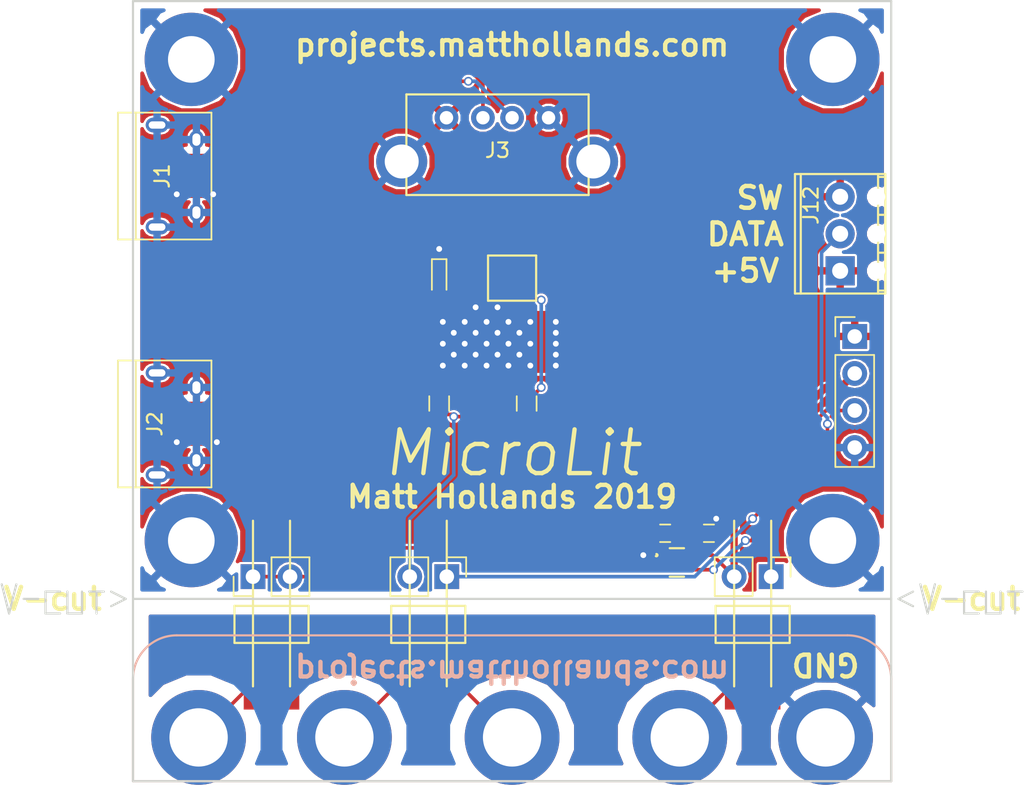
<source format=kicad_pcb>
(kicad_pcb (version 4) (host pcbnew 4.0.7)

  (general
    (links 58)
    (no_connects 0)
    (area 60.924999 74.924999 131.075001 128.575001)
    (thickness 1.6)
    (drawings 41)
    (tracks 276)
    (zones 0)
    (modules 23)
    (nets 22)
  )

  (page A4)
  (layers
    (0 F.Cu signal)
    (31 B.Cu signal)
    (32 B.Adhes user)
    (33 F.Adhes user)
    (34 B.Paste user)
    (35 F.Paste user)
    (36 B.SilkS user)
    (37 F.SilkS user)
    (38 B.Mask user)
    (39 F.Mask user)
    (40 Dwgs.User user)
    (41 Cmts.User user)
    (42 Eco1.User user)
    (43 Eco2.User user)
    (44 Edge.Cuts user)
    (45 Margin user)
    (46 B.CrtYd user)
    (47 F.CrtYd user)
    (48 B.Fab user)
    (49 F.Fab user hide)
  )

  (setup
    (last_trace_width 0.25)
    (trace_clearance 0.1524)
    (zone_clearance 1)
    (zone_45_only no)
    (trace_min 0.2)
    (segment_width 0.2)
    (edge_width 0.15)
    (via_size 0.6)
    (via_drill 0.4)
    (via_min_size 0.4)
    (via_min_drill 0.3)
    (uvia_size 0.3)
    (uvia_drill 0.1)
    (uvias_allowed no)
    (uvia_min_size 0.2)
    (uvia_min_drill 0.1)
    (pcb_text_width 0.3)
    (pcb_text_size 1.5 1.5)
    (mod_edge_width 0.15)
    (mod_text_size 1 1)
    (mod_text_width 0.15)
    (pad_size 6.5 6.5)
    (pad_drill 4)
    (pad_to_mask_clearance 0.05)
    (aux_axis_origin 0 0)
    (visible_elements FFFFFF7F)
    (pcbplotparams
      (layerselection 0x010f0_80000001)
      (usegerberextensions false)
      (excludeedgelayer true)
      (linewidth 0.100000)
      (plotframeref false)
      (viasonmask false)
      (mode 1)
      (useauxorigin false)
      (hpglpennumber 1)
      (hpglpenspeed 20)
      (hpglpendiameter 15)
      (hpglpenoverlay 2)
      (psnegative false)
      (psa4output false)
      (plotreference true)
      (plotvalue true)
      (plotinvisibletext false)
      (padsonsilk false)
      (subtractmaskfromsilk false)
      (outputformat 1)
      (mirror false)
      (drillshape 0)
      (scaleselection 1)
      (outputdirectory Gerbers/))
  )

  (net 0 "")
  (net 1 "Net-(D1-Pad2)")
  (net 2 GND)
  (net 3 +5V)
  (net 4 "Net-(J1-Pad2)")
  (net 5 "Net-(J1-Pad3)")
  (net 6 "Net-(J1-Pad4)")
  (net 7 "Net-(J2-Pad2)")
  (net 8 "Net-(J2-Pad3)")
  (net 9 "Net-(J2-Pad4)")
  (net 10 "Net-(J4-Pad1)")
  (net 11 "Net-(J4-Pad2)")
  (net 12 "Net-(J4-Pad3)")
  (net 13 "Net-(J4-Pad4)")
  (net 14 "Net-(J4-Pad5)")
  (net 15 /BREAKOUT)
  (net 16 /P_EN)
  (net 17 +3V3)
  (net 18 "Net-(Q1-Pad4)")
  (net 19 /LED_LOW)
  (net 20 /LED_DATA_3V3)
  (net 21 /LED_DATA_5V0)

  (net_class Default "This is the default net class."
    (clearance 0.1524)
    (trace_width 0.25)
    (via_dia 0.6)
    (via_drill 0.4)
    (uvia_dia 0.3)
    (uvia_drill 0.1)
    (add_net +3V3)
    (add_net +5V)
    (add_net /BREAKOUT)
    (add_net /LED_DATA_3V3)
    (add_net /LED_DATA_5V0)
    (add_net /LED_LOW)
    (add_net /P_EN)
    (add_net GND)
    (add_net "Net-(D1-Pad2)")
    (add_net "Net-(J1-Pad2)")
    (add_net "Net-(J1-Pad3)")
    (add_net "Net-(J1-Pad4)")
    (add_net "Net-(J2-Pad2)")
    (add_net "Net-(J2-Pad3)")
    (add_net "Net-(J2-Pad4)")
    (add_net "Net-(J4-Pad1)")
    (add_net "Net-(J4-Pad2)")
    (add_net "Net-(J4-Pad3)")
    (add_net "Net-(J4-Pad4)")
    (add_net "Net-(J4-Pad5)")
    (add_net "Net-(Q1-Pad4)")
  )

  (module Connectors:USB_Micro-B (layer F.Cu) (tedit 5543E447) (tstamp 5C60BE07)
    (at 73 87 270)
    (descr "Micro USB Type B Receptacle")
    (tags "USB USB_B USB_micro USB_OTG")
    (path /5C60B7D3)
    (attr smd)
    (fp_text reference J1 (at 0 1 270) (layer F.SilkS)
      (effects (font (size 1 1) (thickness 0.15)))
    )
    (fp_text value USB_OTG (at 0 5.01 270) (layer F.Fab)
      (effects (font (size 1 1) (thickness 0.15)))
    )
    (fp_line (start -4.6 -2.59) (end 4.6 -2.59) (layer F.CrtYd) (width 0.05))
    (fp_line (start 4.6 -2.59) (end 4.6 4.26) (layer F.CrtYd) (width 0.05))
    (fp_line (start 4.6 4.26) (end -4.6 4.26) (layer F.CrtYd) (width 0.05))
    (fp_line (start -4.6 4.26) (end -4.6 -2.59) (layer F.CrtYd) (width 0.05))
    (fp_line (start -4.35 4.03) (end 4.35 4.03) (layer F.SilkS) (width 0.12))
    (fp_line (start -4.35 -2.38) (end 4.35 -2.38) (layer F.SilkS) (width 0.12))
    (fp_line (start 4.35 -2.38) (end 4.35 4.03) (layer F.SilkS) (width 0.12))
    (fp_line (start 4.35 2.8) (end -4.35 2.8) (layer F.SilkS) (width 0.12))
    (fp_line (start -4.35 4.03) (end -4.35 -2.38) (layer F.SilkS) (width 0.12))
    (pad 1 smd rect (at -1.3 -1.35) (size 1.35 0.4) (layers F.Cu F.Paste F.Mask)
      (net 3 +5V))
    (pad 2 smd rect (at -0.65 -1.35) (size 1.35 0.4) (layers F.Cu F.Paste F.Mask)
      (net 4 "Net-(J1-Pad2)"))
    (pad 3 smd rect (at 0 -1.35) (size 1.35 0.4) (layers F.Cu F.Paste F.Mask)
      (net 5 "Net-(J1-Pad3)"))
    (pad 4 smd rect (at 0.65 -1.35) (size 1.35 0.4) (layers F.Cu F.Paste F.Mask)
      (net 6 "Net-(J1-Pad4)"))
    (pad 5 smd rect (at 1.3 -1.35) (size 1.35 0.4) (layers F.Cu F.Paste F.Mask)
      (net 2 GND))
    (pad 6 thru_hole oval (at -2.5 -1.35) (size 0.95 1.25) (drill oval 0.55 0.85) (layers *.Cu *.Mask)
      (net 2 GND))
    (pad 6 thru_hole oval (at 2.5 -1.35) (size 0.95 1.25) (drill oval 0.55 0.85) (layers *.Cu *.Mask)
      (net 2 GND))
    (pad 6 thru_hole oval (at -3.5 1.35) (size 1.55 1) (drill oval 1.15 0.5) (layers *.Cu *.Mask)
      (net 2 GND))
    (pad 6 thru_hole oval (at 3.5 1.35) (size 1.55 1) (drill oval 1.15 0.5) (layers *.Cu *.Mask)
      (net 2 GND))
  )

  (module Connectors:USB_Micro-B (layer F.Cu) (tedit 5543E447) (tstamp 5C60BE14)
    (at 73 104 270)
    (descr "Micro USB Type B Receptacle")
    (tags "USB USB_B USB_micro USB_OTG")
    (path /5C60B83F)
    (attr smd)
    (fp_text reference J2 (at 0 1.5 270) (layer F.SilkS)
      (effects (font (size 1 1) (thickness 0.15)))
    )
    (fp_text value USB_OTG (at 0 5.01 270) (layer F.Fab)
      (effects (font (size 1 1) (thickness 0.15)))
    )
    (fp_line (start -4.6 -2.59) (end 4.6 -2.59) (layer F.CrtYd) (width 0.05))
    (fp_line (start 4.6 -2.59) (end 4.6 4.26) (layer F.CrtYd) (width 0.05))
    (fp_line (start 4.6 4.26) (end -4.6 4.26) (layer F.CrtYd) (width 0.05))
    (fp_line (start -4.6 4.26) (end -4.6 -2.59) (layer F.CrtYd) (width 0.05))
    (fp_line (start -4.35 4.03) (end 4.35 4.03) (layer F.SilkS) (width 0.12))
    (fp_line (start -4.35 -2.38) (end 4.35 -2.38) (layer F.SilkS) (width 0.12))
    (fp_line (start 4.35 -2.38) (end 4.35 4.03) (layer F.SilkS) (width 0.12))
    (fp_line (start 4.35 2.8) (end -4.35 2.8) (layer F.SilkS) (width 0.12))
    (fp_line (start -4.35 4.03) (end -4.35 -2.38) (layer F.SilkS) (width 0.12))
    (pad 1 smd rect (at -1.3 -1.35) (size 1.35 0.4) (layers F.Cu F.Paste F.Mask)
      (net 3 +5V))
    (pad 2 smd rect (at -0.65 -1.35) (size 1.35 0.4) (layers F.Cu F.Paste F.Mask)
      (net 7 "Net-(J2-Pad2)"))
    (pad 3 smd rect (at 0 -1.35) (size 1.35 0.4) (layers F.Cu F.Paste F.Mask)
      (net 8 "Net-(J2-Pad3)"))
    (pad 4 smd rect (at 0.65 -1.35) (size 1.35 0.4) (layers F.Cu F.Paste F.Mask)
      (net 9 "Net-(J2-Pad4)"))
    (pad 5 smd rect (at 1.3 -1.35) (size 1.35 0.4) (layers F.Cu F.Paste F.Mask)
      (net 2 GND))
    (pad 6 thru_hole oval (at -2.5 -1.35) (size 0.95 1.25) (drill oval 0.55 0.85) (layers *.Cu *.Mask)
      (net 2 GND))
    (pad 6 thru_hole oval (at 2.5 -1.35) (size 0.95 1.25) (drill oval 0.55 0.85) (layers *.Cu *.Mask)
      (net 2 GND))
    (pad 6 thru_hole oval (at -3.5 1.35) (size 1.55 1) (drill oval 1.15 0.5) (layers *.Cu *.Mask)
      (net 2 GND))
    (pad 6 thru_hole oval (at 3.5 1.35) (size 1.55 1) (drill oval 1.15 0.5) (layers *.Cu *.Mask)
      (net 2 GND))
  )

  (module Pin_Headers:Pin_Header_Straight_1x04_Pitch2.54mm (layer F.Cu) (tedit 5C63C835) (tstamp 5C60BE55)
    (at 119.5 98)
    (descr "Through hole straight pin header, 1x04, 2.54mm pitch, single row")
    (tags "Through hole pin header THT 1x04 2.54mm single row")
    (path /5C60E0DC)
    (fp_text reference J11 (at 0 -2.33) (layer F.SilkS) hide
      (effects (font (size 1 1) (thickness 0.15)))
    )
    (fp_text value Conn_01x04 (at 0 9.95) (layer F.Fab)
      (effects (font (size 1 1) (thickness 0.15)))
    )
    (fp_line (start -0.635 -1.27) (end 1.27 -1.27) (layer F.Fab) (width 0.1))
    (fp_line (start 1.27 -1.27) (end 1.27 8.89) (layer F.Fab) (width 0.1))
    (fp_line (start 1.27 8.89) (end -1.27 8.89) (layer F.Fab) (width 0.1))
    (fp_line (start -1.27 8.89) (end -1.27 -0.635) (layer F.Fab) (width 0.1))
    (fp_line (start -1.27 -0.635) (end -0.635 -1.27) (layer F.Fab) (width 0.1))
    (fp_line (start -1.33 8.95) (end 1.33 8.95) (layer F.SilkS) (width 0.12))
    (fp_line (start -1.33 1.27) (end -1.33 8.95) (layer F.SilkS) (width 0.12))
    (fp_line (start 1.33 1.27) (end 1.33 8.95) (layer F.SilkS) (width 0.12))
    (fp_line (start -1.33 1.27) (end 1.33 1.27) (layer F.SilkS) (width 0.12))
    (fp_line (start -1.33 0) (end -1.33 -1.33) (layer F.SilkS) (width 0.12))
    (fp_line (start -1.33 -1.33) (end 0 -1.33) (layer F.SilkS) (width 0.12))
    (fp_line (start -1.8 -1.8) (end -1.8 9.4) (layer F.CrtYd) (width 0.05))
    (fp_line (start -1.8 9.4) (end 1.8 9.4) (layer F.CrtYd) (width 0.05))
    (fp_line (start 1.8 9.4) (end 1.8 -1.8) (layer F.CrtYd) (width 0.05))
    (fp_line (start 1.8 -1.8) (end -1.8 -1.8) (layer F.CrtYd) (width 0.05))
    (fp_text user %R (at 0 3.81 90) (layer F.Fab)
      (effects (font (size 1 1) (thickness 0.15)))
    )
    (pad 1 thru_hole rect (at 0 0) (size 1.7 1.7) (drill 1) (layers *.Cu *.Mask)
      (net 3 +5V))
    (pad 2 thru_hole oval (at 0 2.54) (size 1.7 1.7) (drill 1) (layers *.Cu *.Mask)
      (net 17 +3V3))
    (pad 3 thru_hole oval (at 0 5.08) (size 1.7 1.7) (drill 1) (layers *.Cu *.Mask)
      (net 15 /BREAKOUT))
    (pad 4 thru_hole oval (at 0 7.62) (size 1.7 1.7) (drill 1) (layers *.Cu *.Mask)
      (net 2 GND))
    (model ${KISYS3DMOD}/Pin_Headers.3dshapes/Pin_Header_Straight_1x04_Pitch2.54mm.wrl
      (at (xyz 0 0 0))
      (scale (xyz 1 1 1))
      (rotate (xyz 0 0 0))
    )
  )

  (module Resistors_SMD:R_0603 (layer F.Cu) (tedit 5C63C7FC) (tstamp 5C60BE6D)
    (at 91 102.6 90)
    (descr "Resistor SMD 0603, reflow soldering, Vishay (see dcrcw.pdf)")
    (tags "resistor 0603")
    (path /5C60C336)
    (attr smd)
    (fp_text reference R1 (at 0 -1.45 90) (layer F.SilkS) hide
      (effects (font (size 1 1) (thickness 0.15)))
    )
    (fp_text value R (at 0 1.5 90) (layer F.Fab)
      (effects (font (size 1 1) (thickness 0.15)))
    )
    (fp_text user %R (at 0 0 90) (layer F.Fab)
      (effects (font (size 0.4 0.4) (thickness 0.075)))
    )
    (fp_line (start -0.8 0.4) (end -0.8 -0.4) (layer F.Fab) (width 0.1))
    (fp_line (start 0.8 0.4) (end -0.8 0.4) (layer F.Fab) (width 0.1))
    (fp_line (start 0.8 -0.4) (end 0.8 0.4) (layer F.Fab) (width 0.1))
    (fp_line (start -0.8 -0.4) (end 0.8 -0.4) (layer F.Fab) (width 0.1))
    (fp_line (start 0.5 0.68) (end -0.5 0.68) (layer F.SilkS) (width 0.12))
    (fp_line (start -0.5 -0.68) (end 0.5 -0.68) (layer F.SilkS) (width 0.12))
    (fp_line (start -1.25 -0.7) (end 1.25 -0.7) (layer F.CrtYd) (width 0.05))
    (fp_line (start -1.25 -0.7) (end -1.25 0.7) (layer F.CrtYd) (width 0.05))
    (fp_line (start 1.25 0.7) (end 1.25 -0.7) (layer F.CrtYd) (width 0.05))
    (fp_line (start 1.25 0.7) (end -1.25 0.7) (layer F.CrtYd) (width 0.05))
    (pad 1 smd rect (at -0.75 0 90) (size 0.5 0.9) (layers F.Cu F.Paste F.Mask)
      (net 16 /P_EN))
    (pad 2 smd rect (at 0.75 0 90) (size 0.5 0.9) (layers F.Cu F.Paste F.Mask)
      (net 1 "Net-(D1-Pad2)"))
    (model ${KISYS3DMOD}/Resistors_SMD.3dshapes/R_0603.wrl
      (at (xyz 0 0 0))
      (scale (xyz 1 1 1))
      (rotate (xyz 0 0 0))
    )
  )

  (module Resistors_SMD:R_0603 (layer F.Cu) (tedit 5C63C803) (tstamp 5C60BE73)
    (at 97 102.6 90)
    (descr "Resistor SMD 0603, reflow soldering, Vishay (see dcrcw.pdf)")
    (tags "resistor 0603")
    (path /5C60A948)
    (attr smd)
    (fp_text reference R2 (at 0 -1.45 90) (layer F.SilkS) hide
      (effects (font (size 1 1) (thickness 0.15)))
    )
    (fp_text value R (at 0 1.5 90) (layer F.Fab)
      (effects (font (size 1 1) (thickness 0.15)))
    )
    (fp_text user %R (at 0 0 90) (layer F.Fab)
      (effects (font (size 0.4 0.4) (thickness 0.075)))
    )
    (fp_line (start -0.8 0.4) (end -0.8 -0.4) (layer F.Fab) (width 0.1))
    (fp_line (start 0.8 0.4) (end -0.8 0.4) (layer F.Fab) (width 0.1))
    (fp_line (start 0.8 -0.4) (end 0.8 0.4) (layer F.Fab) (width 0.1))
    (fp_line (start -0.8 -0.4) (end 0.8 -0.4) (layer F.Fab) (width 0.1))
    (fp_line (start 0.5 0.68) (end -0.5 0.68) (layer F.SilkS) (width 0.12))
    (fp_line (start -0.5 -0.68) (end 0.5 -0.68) (layer F.SilkS) (width 0.12))
    (fp_line (start -1.25 -0.7) (end 1.25 -0.7) (layer F.CrtYd) (width 0.05))
    (fp_line (start -1.25 -0.7) (end -1.25 0.7) (layer F.CrtYd) (width 0.05))
    (fp_line (start 1.25 0.7) (end 1.25 -0.7) (layer F.CrtYd) (width 0.05))
    (fp_line (start 1.25 0.7) (end -1.25 0.7) (layer F.CrtYd) (width 0.05))
    (pad 1 smd rect (at -0.75 0 90) (size 0.5 0.9) (layers F.Cu F.Paste F.Mask)
      (net 16 /P_EN))
    (pad 2 smd rect (at 0.75 0 90) (size 0.5 0.9) (layers F.Cu F.Paste F.Mask)
      (net 18 "Net-(Q1-Pad4)"))
    (model ${KISYS3DMOD}/Resistors_SMD.3dshapes/R_0603.wrl
      (at (xyz 0 0 0))
      (scale (xyz 1 1 1))
      (rotate (xyz 0 0 0))
    )
  )

  (module Microbit:MICROBIT_Bolt_On (layer B.Cu) (tedit 5C985716) (tstamp 5C60C960)
    (at 96 125.5)
    (path /5C60BEC3)
    (fp_text reference J4 (at 0 -0.5) (layer B.SilkS)
      (effects (font (size 1 1) (thickness 0.15)) (justify mirror))
    )
    (fp_text value Conn_01x05 (at 0 3.81) (layer B.Fab) hide
      (effects (font (size 1 1) (thickness 0.15)) (justify mirror))
    )
    (fp_line (start -26 3) (end 26 3) (layer B.SilkS) (width 0.15))
    (fp_arc (start -23 -4) (end -23 -7) (angle -90) (layer B.SilkS) (width 0.15))
    (fp_arc (start 23 -4) (end 26 -4) (angle -90) (layer B.SilkS) (width 0.15))
    (fp_line (start -23 -7) (end 23 -7) (layer B.SilkS) (width 0.15))
    (fp_line (start 26 -4) (end 26 3) (layer B.SilkS) (width 0.15))
    (fp_line (start -26 3) (end -26 -4) (layer B.SilkS) (width 0.15))
    (pad 3 thru_hole circle (at 0 0) (size 6.5 6.5) (drill 4) (layers *.Cu *.Mask)
      (net 12 "Net-(J4-Pad3)"))
    (pad 4 thru_hole circle (at 11.5 0) (size 6.5 6.5) (drill 4) (layers *.Cu *.Mask)
      (net 13 "Net-(J4-Pad4)"))
    (pad 5 thru_hole circle (at 21.5 0) (size 6.5 6.5) (drill 4) (layers *.Cu *.Mask)
      (net 14 "Net-(J4-Pad5)"))
    (pad 2 thru_hole circle (at -11.5 0) (size 6.5 6.5) (drill 4) (layers *.Cu *.Mask)
      (net 11 "Net-(J4-Pad2)"))
    (pad 1 thru_hole circle (at -21.5 0) (size 6.5 6.5) (drill 4) (layers *.Cu *.Mask)
      (net 10 "Net-(J4-Pad1)"))
  )

  (module USB-Vertical:USB_A_Vertical (layer F.Cu) (tedit 5C60D33E) (tstamp 5C60D56A)
    (at 95 86)
    (descr "USB A vertical female connector, right angle")
    (tags "USB_A_Vertical female connector angled 73725-0110BLF")
    (path /5C60BFCA)
    (fp_text reference J3 (at 0 -0.762) (layer F.SilkS)
      (effects (font (size 1 1) (thickness 0.15)))
    )
    (fp_text value USB_A (at 0 1.27) (layer F.Fab)
      (effects (font (size 1 1) (thickness 0.15)))
    )
    (fp_line (start 6.25 2.3) (end -6.25 2.3) (layer F.SilkS) (width 0.15))
    (fp_line (start -6.25 -4.6) (end 6.25 -4.6) (layer F.SilkS) (width 0.15))
    (fp_line (start 6.25 -4.6) (end 6.25 2.3) (layer F.SilkS) (width 0.15))
    (fp_line (start -6.25 -4.6) (end -6.25 2.3) (layer F.SilkS) (width 0.15))
    (pad 1 thru_hole circle (at -3.5 -3 90) (size 1.62 1.62) (drill 0.92) (layers *.Cu *.Mask)
      (net 3 +5V))
    (pad 2 thru_hole circle (at -1 -3 90) (size 1.62 1.62) (drill 0.92) (layers *.Cu *.Mask)
      (net 4 "Net-(J1-Pad2)"))
    (pad 3 thru_hole circle (at 1 -3 90) (size 1.62 1.62) (drill 0.92) (layers *.Cu *.Mask)
      (net 5 "Net-(J1-Pad3)"))
    (pad 4 thru_hole circle (at 3.5 -3 90) (size 1.62 1.62) (drill 0.92) (layers *.Cu *.Mask)
      (net 2 GND))
    (pad 5 thru_hole circle (at -6.57 0 90) (size 3.5 3.5) (drill 2.33) (layers *.Cu *.Mask)
      (net 2 GND))
    (pad 5 thru_hole circle (at 6.57 0 90) (size 3.4 3.4) (drill 2.33) (layers *.Cu *.Mask)
      (net 2 GND))
    (model ${KISYS3DMOD}/Connectors.3dshapes/USB_A_Vertical.wrl
      (at (xyz 0.01 -0.02 0.05))
      (scale (xyz 0.41 0.41 0.41))
      (rotate (xyz 0 -90 180))
    )
  )

  (module RQ3E080BN:HSMT8 (layer F.Cu) (tedit 5C63C809) (tstamp 5C6122C9)
    (at 96 94)
    (path /5C60F405)
    (fp_text reference Q1 (at 0 -2.794) (layer F.SilkS) hide
      (effects (font (size 1 1) (thickness 0.15)))
    )
    (fp_text value RQ3E080BN (at 0 2.794) (layer F.Fab)
      (effects (font (size 1 1) (thickness 0.15)))
    )
    (fp_line (start -1.65 -1.55) (end -1.65 1.55) (layer F.SilkS) (width 0.15))
    (fp_line (start 1.65 -1.55) (end -1.65 -1.55) (layer F.SilkS) (width 0.15))
    (fp_line (start 1.65 1.55) (end 1.65 -1.55) (layer F.SilkS) (width 0.15))
    (fp_line (start -1.65 1.55) (end 1.65 1.55) (layer F.SilkS) (width 0.15))
    (pad 4 smd rect (at 0.975 1.45) (size 0.47 1) (layers F.Cu F.Paste F.Mask)
      (net 18 "Net-(Q1-Pad4)"))
    (pad 2 smd rect (at -0.325 1.45) (size 0.47 1) (layers F.Cu F.Paste F.Mask)
      (net 2 GND) (zone_connect 1) (thermal_gap 0.3))
    (pad 3 smd rect (at 0.325 1.45) (size 0.47 1) (layers F.Cu F.Paste F.Mask)
      (net 2 GND) (zone_connect 1) (thermal_gap 0.3))
    (pad 1 smd rect (at -0.975 1.45) (size 0.47 1) (layers F.Cu F.Paste F.Mask)
      (net 2 GND) (zone_connect 1) (thermal_gap 0.3))
    (pad 5 smd rect (at 0.325 -1.45) (size 0.47 1) (layers F.Cu F.Paste F.Mask)
      (net 19 /LED_LOW) (zone_connect 1) (thermal_gap 0.3))
    (pad 5 smd rect (at 0.975 -1.45) (size 0.47 1) (layers F.Cu F.Paste F.Mask)
      (net 19 /LED_LOW) (zone_connect 1) (thermal_gap 0.3))
    (pad 5 smd rect (at -0.325 -1.45) (size 0.47 1) (layers F.Cu F.Paste F.Mask)
      (net 19 /LED_LOW) (zone_connect 1) (thermal_gap 0.3))
    (pad 5 smd rect (at -0.975 -1.45) (size 0.47 1) (layers F.Cu F.Paste F.Mask)
      (net 19 /LED_LOW) (zone_connect 1) (thermal_gap 0.3))
    (pad 5 smd rect (at 0 -0.275) (size 2.7 1.85) (layers F.Cu F.Paste F.Mask)
      (net 19 /LED_LOW) (zone_connect 1) (thermal_gap 0.2))
    (pad 5 smd rect (at -1.524 0.254 90) (size 0.47 1) (layers F.Cu F.Paste F.Mask)
      (net 19 /LED_LOW) (zone_connect 1) (thermal_gap 0.3))
    (pad 5 smd rect (at 1.524 0.254 90) (size 0.47 1) (layers F.Cu F.Paste F.Mask)
      (net 19 /LED_LOW) (zone_connect 1) (thermal_gap 0.3))
  )

  (module LEDs:LED_0603 (layer F.Cu) (tedit 5C63C806) (tstamp 5C612330)
    (at 91 94 270)
    (descr "LED 0603 smd package")
    (tags "LED led 0603 SMD smd SMT smt smdled SMDLED smtled SMTLED")
    (path /5C60C2BB)
    (attr smd)
    (fp_text reference D1 (at 0 -1.25 270) (layer F.SilkS) hide
      (effects (font (size 1 1) (thickness 0.15)))
    )
    (fp_text value LED (at 0 1.35 270) (layer F.Fab)
      (effects (font (size 1 1) (thickness 0.15)))
    )
    (fp_line (start -1.3 -0.5) (end -1.3 0.5) (layer F.SilkS) (width 0.12))
    (fp_line (start -0.2 -0.2) (end -0.2 0.2) (layer F.Fab) (width 0.1))
    (fp_line (start -0.15 0) (end 0.15 -0.2) (layer F.Fab) (width 0.1))
    (fp_line (start 0.15 0.2) (end -0.15 0) (layer F.Fab) (width 0.1))
    (fp_line (start 0.15 -0.2) (end 0.15 0.2) (layer F.Fab) (width 0.1))
    (fp_line (start 0.8 0.4) (end -0.8 0.4) (layer F.Fab) (width 0.1))
    (fp_line (start 0.8 -0.4) (end 0.8 0.4) (layer F.Fab) (width 0.1))
    (fp_line (start -0.8 -0.4) (end 0.8 -0.4) (layer F.Fab) (width 0.1))
    (fp_line (start -0.8 0.4) (end -0.8 -0.4) (layer F.Fab) (width 0.1))
    (fp_line (start -1.3 0.5) (end 0.8 0.5) (layer F.SilkS) (width 0.12))
    (fp_line (start -1.3 -0.5) (end 0.8 -0.5) (layer F.SilkS) (width 0.12))
    (fp_line (start 1.45 -0.65) (end 1.45 0.65) (layer F.CrtYd) (width 0.05))
    (fp_line (start 1.45 0.65) (end -1.45 0.65) (layer F.CrtYd) (width 0.05))
    (fp_line (start -1.45 0.65) (end -1.45 -0.65) (layer F.CrtYd) (width 0.05))
    (fp_line (start -1.45 -0.65) (end 1.45 -0.65) (layer F.CrtYd) (width 0.05))
    (pad 2 smd rect (at 0.8 0 90) (size 0.8 0.8) (layers F.Cu F.Paste F.Mask)
      (net 1 "Net-(D1-Pad2)"))
    (pad 1 smd rect (at -0.8 0 90) (size 0.8 0.8) (layers F.Cu F.Paste F.Mask)
      (net 2 GND))
    (model ${KISYS3DMOD}/LEDs.3dshapes/LED_0603.wrl
      (at (xyz 0 0 0))
      (scale (xyz 1 1 1))
      (rotate (xyz 0 0 180))
    )
  )

  (module TerminalBlocks_Phoenix:TerminalBlock_Phoenix_MPT-2.54mm_3pol (layer F.Cu) (tedit 59FF0755) (tstamp 5C6126D9)
    (at 118.5 93.5 90)
    (descr "3-way 2.54mm pitch terminal block, Phoenix MPT series")
    (path /5C60B476)
    (fp_text reference J12 (at 4.5 -2 90) (layer F.SilkS)
      (effects (font (size 1 1) (thickness 0.15)))
    )
    (fp_text value Conn_01x03 (at 2.54 4.50088 90) (layer F.Fab)
      (effects (font (size 1 1) (thickness 0.15)))
    )
    (fp_text user %R (at 2.54 1.045 90) (layer F.Fab)
      (effects (font (size 1 1) (thickness 0.15)))
    )
    (fp_line (start -1.78 3.3) (end 6.86 3.3) (layer F.CrtYd) (width 0.05))
    (fp_line (start -1.78 -3.3) (end -1.78 3.3) (layer F.CrtYd) (width 0.05))
    (fp_line (start 6.86 -3.3) (end -1.78 -3.3) (layer F.CrtYd) (width 0.05))
    (fp_line (start 6.86 3.3) (end 6.86 -3.3) (layer F.CrtYd) (width 0.05))
    (fp_line (start 6.63956 -3.0988) (end -1.55956 -3.0988) (layer F.SilkS) (width 0.15))
    (fp_line (start 6.63956 -2.70002) (end -1.55956 -2.70002) (layer F.SilkS) (width 0.15))
    (fp_line (start 6.63956 2.60096) (end -1.55956 2.60096) (layer F.SilkS) (width 0.15))
    (fp_line (start -1.55956 3.0988) (end 6.63956 3.0988) (layer F.SilkS) (width 0.15))
    (fp_line (start 3.84048 2.60096) (end 3.84048 3.0988) (layer F.SilkS) (width 0.15))
    (fp_line (start -1.3589 3.0988) (end -1.3589 2.60096) (layer F.SilkS) (width 0.15))
    (fp_line (start 6.44144 2.60096) (end 6.44144 3.0988) (layer F.SilkS) (width 0.15))
    (fp_line (start 1.24206 3.0988) (end 1.24206 2.60096) (layer F.SilkS) (width 0.15))
    (fp_line (start 6.63956 3.0988) (end 6.63956 -3.0988) (layer F.SilkS) (width 0.15))
    (fp_line (start -1.55702 -3.0988) (end -1.55702 3.0988) (layer F.SilkS) (width 0.15))
    (pad 3 thru_hole oval (at 5.08 0 90) (size 1.99898 1.99898) (drill 1.09728) (layers *.Cu *.Mask)
      (net 19 /LED_LOW))
    (pad 1 thru_hole rect (at 0 0 90) (size 1.99898 1.99898) (drill 1.09728) (layers *.Cu *.Mask)
      (net 3 +5V))
    (pad 2 thru_hole oval (at 2.54 0 90) (size 1.99898 1.99898) (drill 1.09728) (layers *.Cu *.Mask)
      (net 21 /LED_DATA_5V0))
    (pad "" np_thru_hole circle (at 0 2.54 90) (size 1.1 1.1) (drill 1.1) (layers *.Cu *.Mask))
    (pad "" np_thru_hole circle (at 2.54 2.54 90) (size 1.1 1.1) (drill 1.1) (layers *.Cu *.Mask))
    (pad "" np_thru_hole circle (at 5.08 2.54 90) (size 1.1 1.1) (drill 1.1) (layers *.Cu *.Mask))
    (model ${KISYS3DMOD}/TerminalBlock_Phoenix.3dshapes/TerminalBlock_Phoenix_MPT-2.54mm_3pol.wrl
      (at (xyz 0.1 0 0))
      (scale (xyz 1 1 1))
      (rotate (xyz 0 0 0))
    )
  )

  (module TSM-102-01-T-SH:TSM-102-01-T-SH (layer F.Cu) (tedit 5C63C819) (tstamp 5C623EA6)
    (at 79.5 122)
    (path /5C60C9AC)
    (fp_text reference J5 (at 0 4.826) (layer F.SilkS) hide
      (effects (font (size 1 1) (thickness 0.15)))
    )
    (fp_text value Conn_01x02 (at 0 2.794) (layer F.Fab)
      (effects (font (size 1 1) (thickness 0.15)))
    )
    (fp_line (start -1.27 0) (end -1.27 -11.36) (layer F.SilkS) (width 0.15))
    (fp_line (start -2.54 -5.52) (end -2.54 -2.98) (layer F.SilkS) (width 0.15))
    (fp_line (start 2.54 -5.52) (end -2.54 -5.52) (layer F.SilkS) (width 0.15))
    (fp_line (start 2.54 -2.98) (end -2.54 -2.98) (layer F.SilkS) (width 0.15))
    (fp_line (start 2.54 -5.52) (end 2.54 -2.98) (layer F.SilkS) (width 0.15))
    (fp_line (start 1.27 0) (end 1.27 -11.36) (layer F.SilkS) (width 0.15))
    (pad 1 smd rect (at -1.27 0) (size 1.27 3.18) (layers F.Cu F.Paste F.Mask)
      (net 10 "Net-(J4-Pad1)"))
    (pad 2 smd rect (at 1.27 0) (size 1.27 3.18) (layers F.Cu F.Paste F.Mask)
      (net 10 "Net-(J4-Pad1)"))
  )

  (module TSM-102-01-T-SH:TSM-102-01-T-SH (layer F.Cu) (tedit 5C63C81C) (tstamp 5C623EB1)
    (at 90.25 122)
    (path /5C60C908)
    (fp_text reference J6 (at 0 4.826) (layer F.SilkS) hide
      (effects (font (size 1 1) (thickness 0.15)))
    )
    (fp_text value Conn_01x02 (at 0 2.794) (layer F.Fab)
      (effects (font (size 1 1) (thickness 0.15)))
    )
    (fp_line (start -1.27 0) (end -1.27 -11.36) (layer F.SilkS) (width 0.15))
    (fp_line (start -2.54 -5.52) (end -2.54 -2.98) (layer F.SilkS) (width 0.15))
    (fp_line (start 2.54 -5.52) (end -2.54 -5.52) (layer F.SilkS) (width 0.15))
    (fp_line (start 2.54 -2.98) (end -2.54 -2.98) (layer F.SilkS) (width 0.15))
    (fp_line (start 2.54 -5.52) (end 2.54 -2.98) (layer F.SilkS) (width 0.15))
    (fp_line (start 1.27 0) (end 1.27 -11.36) (layer F.SilkS) (width 0.15))
    (pad 1 smd rect (at -1.27 0) (size 1.27 3.18) (layers F.Cu F.Paste F.Mask)
      (net 11 "Net-(J4-Pad2)"))
    (pad 2 smd rect (at 1.27 0) (size 1.27 3.18) (layers F.Cu F.Paste F.Mask)
      (net 12 "Net-(J4-Pad3)"))
  )

  (module TSM-102-01-T-SH:TSM-102-01-T-SH (layer F.Cu) (tedit 5C63C81F) (tstamp 5C623EBC)
    (at 112.5 122)
    (path /5C60C9E6)
    (fp_text reference J7 (at 0 4.826) (layer F.SilkS) hide
      (effects (font (size 1 1) (thickness 0.15)))
    )
    (fp_text value Conn_01x02 (at 0 2.794) (layer F.Fab)
      (effects (font (size 1 1) (thickness 0.15)))
    )
    (fp_line (start -1.27 0) (end -1.27 -11.36) (layer F.SilkS) (width 0.15))
    (fp_line (start -2.54 -5.52) (end -2.54 -2.98) (layer F.SilkS) (width 0.15))
    (fp_line (start 2.54 -5.52) (end -2.54 -5.52) (layer F.SilkS) (width 0.15))
    (fp_line (start 2.54 -2.98) (end -2.54 -2.98) (layer F.SilkS) (width 0.15))
    (fp_line (start 2.54 -5.52) (end 2.54 -2.98) (layer F.SilkS) (width 0.15))
    (fp_line (start 1.27 0) (end 1.27 -11.36) (layer F.SilkS) (width 0.15))
    (pad 1 smd rect (at -1.27 0) (size 1.27 3.18) (layers F.Cu F.Paste F.Mask)
      (net 13 "Net-(J4-Pad4)"))
    (pad 2 smd rect (at 1.27 0) (size 1.27 3.18) (layers F.Cu F.Paste F.Mask)
      (net 14 "Net-(J4-Pad5)"))
  )

  (module Pin_Headers:Pin_Header_Straight_1x02_Pitch2.54mm (layer F.Cu) (tedit 5C63C812) (tstamp 5C623F0C)
    (at 78.23 114.475 90)
    (descr "Through hole straight pin header, 1x02, 2.54mm pitch, single row")
    (tags "Through hole pin header THT 1x02 2.54mm single row")
    (path /5C60C8D4)
    (fp_text reference J8 (at 0 -2.33 90) (layer F.SilkS) hide
      (effects (font (size 1 1) (thickness 0.15)))
    )
    (fp_text value Conn_01x02 (at 0 4.87 90) (layer F.Fab)
      (effects (font (size 1 1) (thickness 0.15)))
    )
    (fp_line (start -0.635 -1.27) (end 1.27 -1.27) (layer F.Fab) (width 0.1))
    (fp_line (start 1.27 -1.27) (end 1.27 3.81) (layer F.Fab) (width 0.1))
    (fp_line (start 1.27 3.81) (end -1.27 3.81) (layer F.Fab) (width 0.1))
    (fp_line (start -1.27 3.81) (end -1.27 -0.635) (layer F.Fab) (width 0.1))
    (fp_line (start -1.27 -0.635) (end -0.635 -1.27) (layer F.Fab) (width 0.1))
    (fp_line (start -1.33 3.87) (end 1.33 3.87) (layer F.SilkS) (width 0.12))
    (fp_line (start -1.33 1.27) (end -1.33 3.87) (layer F.SilkS) (width 0.12))
    (fp_line (start 1.33 1.27) (end 1.33 3.87) (layer F.SilkS) (width 0.12))
    (fp_line (start -1.33 1.27) (end 1.33 1.27) (layer F.SilkS) (width 0.12))
    (fp_line (start -1.33 0) (end -1.33 -1.33) (layer F.SilkS) (width 0.12))
    (fp_line (start -1.33 -1.33) (end 0 -1.33) (layer F.SilkS) (width 0.12))
    (fp_line (start -1.8 -1.8) (end -1.8 4.35) (layer F.CrtYd) (width 0.05))
    (fp_line (start -1.8 4.35) (end 1.8 4.35) (layer F.CrtYd) (width 0.05))
    (fp_line (start 1.8 4.35) (end 1.8 -1.8) (layer F.CrtYd) (width 0.05))
    (fp_line (start 1.8 -1.8) (end -1.8 -1.8) (layer F.CrtYd) (width 0.05))
    (fp_text user %R (at 0 1.27 180) (layer F.Fab)
      (effects (font (size 1 1) (thickness 0.15)))
    )
    (pad 1 thru_hole rect (at 0 0 90) (size 1.7 1.7) (drill 1) (layers *.Cu *.Mask)
      (net 20 /LED_DATA_3V3))
    (pad 2 thru_hole oval (at 0 2.54 90) (size 1.7 1.7) (drill 1) (layers *.Cu *.Mask)
      (net 20 /LED_DATA_3V3))
    (model ${KISYS3DMOD}/Pin_Headers.3dshapes/Pin_Header_Straight_1x02_Pitch2.54mm.wrl
      (at (xyz 0 0 0))
      (scale (xyz 1 1 1))
      (rotate (xyz 0 0 0))
    )
  )

  (module Pin_Headers:Pin_Header_Straight_1x02_Pitch2.54mm (layer F.Cu) (tedit 5C63C816) (tstamp 5C623F11)
    (at 91.52 114.475 270)
    (descr "Through hole straight pin header, 1x02, 2.54mm pitch, single row")
    (tags "Through hole pin header THT 1x02 2.54mm single row")
    (path /5C60C8A3)
    (fp_text reference J9 (at 0 -2.33 270) (layer F.SilkS) hide
      (effects (font (size 1 1) (thickness 0.15)))
    )
    (fp_text value Conn_01x02 (at 0 4.87 270) (layer F.Fab)
      (effects (font (size 1 1) (thickness 0.15)))
    )
    (fp_line (start -0.635 -1.27) (end 1.27 -1.27) (layer F.Fab) (width 0.1))
    (fp_line (start 1.27 -1.27) (end 1.27 3.81) (layer F.Fab) (width 0.1))
    (fp_line (start 1.27 3.81) (end -1.27 3.81) (layer F.Fab) (width 0.1))
    (fp_line (start -1.27 3.81) (end -1.27 -0.635) (layer F.Fab) (width 0.1))
    (fp_line (start -1.27 -0.635) (end -0.635 -1.27) (layer F.Fab) (width 0.1))
    (fp_line (start -1.33 3.87) (end 1.33 3.87) (layer F.SilkS) (width 0.12))
    (fp_line (start -1.33 1.27) (end -1.33 3.87) (layer F.SilkS) (width 0.12))
    (fp_line (start 1.33 1.27) (end 1.33 3.87) (layer F.SilkS) (width 0.12))
    (fp_line (start -1.33 1.27) (end 1.33 1.27) (layer F.SilkS) (width 0.12))
    (fp_line (start -1.33 0) (end -1.33 -1.33) (layer F.SilkS) (width 0.12))
    (fp_line (start -1.33 -1.33) (end 0 -1.33) (layer F.SilkS) (width 0.12))
    (fp_line (start -1.8 -1.8) (end -1.8 4.35) (layer F.CrtYd) (width 0.05))
    (fp_line (start -1.8 4.35) (end 1.8 4.35) (layer F.CrtYd) (width 0.05))
    (fp_line (start 1.8 4.35) (end 1.8 -1.8) (layer F.CrtYd) (width 0.05))
    (fp_line (start 1.8 -1.8) (end -1.8 -1.8) (layer F.CrtYd) (width 0.05))
    (fp_text user %R (at 0 1.27 360) (layer F.Fab)
      (effects (font (size 1 1) (thickness 0.15)))
    )
    (pad 1 thru_hole rect (at 0 0 270) (size 1.7 1.7) (drill 1) (layers *.Cu *.Mask)
      (net 15 /BREAKOUT))
    (pad 2 thru_hole oval (at 0 2.54 270) (size 1.7 1.7) (drill 1) (layers *.Cu *.Mask)
      (net 16 /P_EN))
    (model ${KISYS3DMOD}/Pin_Headers.3dshapes/Pin_Header_Straight_1x02_Pitch2.54mm.wrl
      (at (xyz 0 0 0))
      (scale (xyz 1 1 1))
      (rotate (xyz 0 0 0))
    )
  )

  (module Pin_Headers:Pin_Header_Straight_1x02_Pitch2.54mm (layer F.Cu) (tedit 5C63C80F) (tstamp 5C623F16)
    (at 113.77 114.475 270)
    (descr "Through hole straight pin header, 1x02, 2.54mm pitch, single row")
    (tags "Through hole pin header THT 1x02 2.54mm single row")
    (path /5C60C766)
    (fp_text reference J10 (at 0 -2.33 270) (layer F.SilkS) hide
      (effects (font (size 1 1) (thickness 0.15)))
    )
    (fp_text value Conn_01x02 (at 0 4.87 270) (layer F.Fab)
      (effects (font (size 1 1) (thickness 0.15)))
    )
    (fp_line (start -0.635 -1.27) (end 1.27 -1.27) (layer F.Fab) (width 0.1))
    (fp_line (start 1.27 -1.27) (end 1.27 3.81) (layer F.Fab) (width 0.1))
    (fp_line (start 1.27 3.81) (end -1.27 3.81) (layer F.Fab) (width 0.1))
    (fp_line (start -1.27 3.81) (end -1.27 -0.635) (layer F.Fab) (width 0.1))
    (fp_line (start -1.27 -0.635) (end -0.635 -1.27) (layer F.Fab) (width 0.1))
    (fp_line (start -1.33 3.87) (end 1.33 3.87) (layer F.SilkS) (width 0.12))
    (fp_line (start -1.33 1.27) (end -1.33 3.87) (layer F.SilkS) (width 0.12))
    (fp_line (start 1.33 1.27) (end 1.33 3.87) (layer F.SilkS) (width 0.12))
    (fp_line (start -1.33 1.27) (end 1.33 1.27) (layer F.SilkS) (width 0.12))
    (fp_line (start -1.33 0) (end -1.33 -1.33) (layer F.SilkS) (width 0.12))
    (fp_line (start -1.33 -1.33) (end 0 -1.33) (layer F.SilkS) (width 0.12))
    (fp_line (start -1.8 -1.8) (end -1.8 4.35) (layer F.CrtYd) (width 0.05))
    (fp_line (start -1.8 4.35) (end 1.8 4.35) (layer F.CrtYd) (width 0.05))
    (fp_line (start 1.8 4.35) (end 1.8 -1.8) (layer F.CrtYd) (width 0.05))
    (fp_line (start 1.8 -1.8) (end -1.8 -1.8) (layer F.CrtYd) (width 0.05))
    (fp_text user %R (at 0 1.27 360) (layer F.Fab)
      (effects (font (size 1 1) (thickness 0.15)))
    )
    (pad 1 thru_hole rect (at 0 0 270) (size 1.7 1.7) (drill 1) (layers *.Cu *.Mask)
      (net 2 GND))
    (pad 2 thru_hole oval (at 0 2.54 270) (size 1.7 1.7) (drill 1) (layers *.Cu *.Mask)
      (net 17 +3V3))
    (model ${KISYS3DMOD}/Pin_Headers.3dshapes/Pin_Header_Straight_1x02_Pitch2.54mm.wrl
      (at (xyz 0 0 0))
      (scale (xyz 1 1 1))
      (rotate (xyz 0 0 0))
    )
  )

  (module Mounting_Holes:MountingHole_3.2mm_M3_Pad (layer F.Cu) (tedit 5C63C7F4) (tstamp 5C63BF06)
    (at 118 112)
    (descr "Mounting Hole 3.2mm, M3")
    (tags "mounting hole 3.2mm m3")
    (path /5C6266B1)
    (attr virtual)
    (fp_text reference J13 (at 0 -4.2) (layer F.SilkS) hide
      (effects (font (size 1 1) (thickness 0.15)))
    )
    (fp_text value Conn_01x01 (at 0 4.2) (layer F.Fab)
      (effects (font (size 1 1) (thickness 0.15)))
    )
    (fp_text user %R (at 0.3 0) (layer F.Fab)
      (effects (font (size 1 1) (thickness 0.15)))
    )
    (fp_circle (center 0 0) (end 3.2 0) (layer Cmts.User) (width 0.15))
    (fp_circle (center 0 0) (end 3.45 0) (layer F.CrtYd) (width 0.05))
    (pad 1 thru_hole circle (at 0 0) (size 6.4 6.4) (drill 3.2) (layers *.Cu *.Mask)
      (net 2 GND))
  )

  (module Mounting_Holes:MountingHole_3.2mm_M3_Pad (layer F.Cu) (tedit 5C63C7EE) (tstamp 5C63BF0A)
    (at 74 79)
    (descr "Mounting Hole 3.2mm, M3")
    (tags "mounting hole 3.2mm m3")
    (path /5C6267AE)
    (attr virtual)
    (fp_text reference J14 (at 0 -4.2) (layer F.SilkS) hide
      (effects (font (size 1 1) (thickness 0.15)))
    )
    (fp_text value Conn_01x01 (at 0 4.2) (layer F.Fab)
      (effects (font (size 1 1) (thickness 0.15)))
    )
    (fp_text user %R (at 0.3 0) (layer F.Fab)
      (effects (font (size 1 1) (thickness 0.15)))
    )
    (fp_circle (center 0 0) (end 3.2 0) (layer Cmts.User) (width 0.15))
    (fp_circle (center 0 0) (end 3.45 0) (layer F.CrtYd) (width 0.05))
    (pad 1 thru_hole circle (at 0 0) (size 6.4 6.4) (drill 3.2) (layers *.Cu *.Mask)
      (net 2 GND))
  )

  (module Mounting_Holes:MountingHole_3.2mm_M3_Pad (layer F.Cu) (tedit 5C63C7EB) (tstamp 5C63BF0E)
    (at 74 112)
    (descr "Mounting Hole 3.2mm, M3")
    (tags "mounting hole 3.2mm m3")
    (path /5C6267FB)
    (attr virtual)
    (fp_text reference J15 (at -5 0) (layer F.SilkS) hide
      (effects (font (size 1 1) (thickness 0.15)))
    )
    (fp_text value Conn_01x01 (at 0 4.2) (layer F.Fab)
      (effects (font (size 1 1) (thickness 0.15)))
    )
    (fp_text user %R (at 0.3 0) (layer F.Fab)
      (effects (font (size 1 1) (thickness 0.15)))
    )
    (fp_circle (center 0 0) (end 3.2 0) (layer Cmts.User) (width 0.15))
    (fp_circle (center 0 0) (end 3.45 0) (layer F.CrtYd) (width 0.05))
    (pad 1 thru_hole circle (at 0 0) (size 6.4 6.4) (drill 3.2) (layers *.Cu *.Mask)
      (net 2 GND))
  )

  (module Mounting_Holes:MountingHole_3.2mm_M3_Pad (layer F.Cu) (tedit 5C63C7F1) (tstamp 5C63BF12)
    (at 118 79)
    (descr "Mounting Hole 3.2mm, M3")
    (tags "mounting hole 3.2mm m3")
    (path /5C626846)
    (attr virtual)
    (fp_text reference J16 (at 0 -4.2) (layer F.SilkS) hide
      (effects (font (size 1 1) (thickness 0.15)))
    )
    (fp_text value Conn_01x01 (at 0 4.2) (layer F.Fab)
      (effects (font (size 1 1) (thickness 0.15)))
    )
    (fp_text user %R (at 0.3 0) (layer F.Fab)
      (effects (font (size 1 1) (thickness 0.15)))
    )
    (fp_circle (center 0 0) (end 3.2 0) (layer Cmts.User) (width 0.15))
    (fp_circle (center 0 0) (end 3.45 0) (layer F.CrtYd) (width 0.05))
    (pad 1 thru_hole circle (at 0 0) (size 6.4 6.4) (drill 3.2) (layers *.Cu *.Mask)
      (net 2 GND))
  )

  (module Capacitors_SMD:C_0603 (layer F.Cu) (tedit 5C984E44) (tstamp 5C9842CF)
    (at 106.5 111.5 180)
    (descr "Capacitor SMD 0603, reflow soldering, AVX (see smccp.pdf)")
    (tags "capacitor 0603")
    (path /5C98707A)
    (attr smd)
    (fp_text reference C1 (at 0 1.5 180) (layer F.SilkS) hide
      (effects (font (size 1 1) (thickness 0.15)))
    )
    (fp_text value C (at 0 1.5 180) (layer F.Fab)
      (effects (font (size 1 1) (thickness 0.15)))
    )
    (fp_line (start 1.4 0.65) (end -1.4 0.65) (layer F.CrtYd) (width 0.05))
    (fp_line (start 1.4 0.65) (end 1.4 -0.65) (layer F.CrtYd) (width 0.05))
    (fp_line (start -1.4 -0.65) (end -1.4 0.65) (layer F.CrtYd) (width 0.05))
    (fp_line (start -1.4 -0.65) (end 1.4 -0.65) (layer F.CrtYd) (width 0.05))
    (fp_line (start 0.35 0.6) (end -0.35 0.6) (layer F.SilkS) (width 0.12))
    (fp_line (start -0.35 -0.6) (end 0.35 -0.6) (layer F.SilkS) (width 0.12))
    (fp_line (start -0.8 -0.4) (end 0.8 -0.4) (layer F.Fab) (width 0.1))
    (fp_line (start 0.8 -0.4) (end 0.8 0.4) (layer F.Fab) (width 0.1))
    (fp_line (start 0.8 0.4) (end -0.8 0.4) (layer F.Fab) (width 0.1))
    (fp_line (start -0.8 0.4) (end -0.8 -0.4) (layer F.Fab) (width 0.1))
    (fp_text user %R (at 0 0 180) (layer F.Fab)
      (effects (font (size 0.3 0.3) (thickness 0.075)))
    )
    (pad 2 smd rect (at 0.75 0 180) (size 0.8 0.75) (layers F.Cu F.Paste F.Mask)
      (net 2 GND))
    (pad 1 smd rect (at -0.75 0 180) (size 0.8 0.75) (layers F.Cu F.Paste F.Mask)
      (net 17 +3V3))
    (model Capacitors_SMD.3dshapes/C_0603.wrl
      (at (xyz 0 0 0))
      (scale (xyz 1 1 1))
      (rotate (xyz 0 0 0))
    )
  )

  (module Capacitors_SMD:C_0603 (layer F.Cu) (tedit 5C984E3E) (tstamp 5C9842D5)
    (at 109.5 111.5)
    (descr "Capacitor SMD 0603, reflow soldering, AVX (see smccp.pdf)")
    (tags "capacitor 0603")
    (path /5C986FED)
    (attr smd)
    (fp_text reference C2 (at 0 -1.5) (layer F.SilkS) hide
      (effects (font (size 1 1) (thickness 0.15)))
    )
    (fp_text value C (at 0 1.5) (layer F.Fab)
      (effects (font (size 1 1) (thickness 0.15)))
    )
    (fp_line (start 1.4 0.65) (end -1.4 0.65) (layer F.CrtYd) (width 0.05))
    (fp_line (start 1.4 0.65) (end 1.4 -0.65) (layer F.CrtYd) (width 0.05))
    (fp_line (start -1.4 -0.65) (end -1.4 0.65) (layer F.CrtYd) (width 0.05))
    (fp_line (start -1.4 -0.65) (end 1.4 -0.65) (layer F.CrtYd) (width 0.05))
    (fp_line (start 0.35 0.6) (end -0.35 0.6) (layer F.SilkS) (width 0.12))
    (fp_line (start -0.35 -0.6) (end 0.35 -0.6) (layer F.SilkS) (width 0.12))
    (fp_line (start -0.8 -0.4) (end 0.8 -0.4) (layer F.Fab) (width 0.1))
    (fp_line (start 0.8 -0.4) (end 0.8 0.4) (layer F.Fab) (width 0.1))
    (fp_line (start 0.8 0.4) (end -0.8 0.4) (layer F.Fab) (width 0.1))
    (fp_line (start -0.8 0.4) (end -0.8 -0.4) (layer F.Fab) (width 0.1))
    (fp_text user %R (at 0 0) (layer F.Fab)
      (effects (font (size 0.3 0.3) (thickness 0.075)))
    )
    (pad 2 smd rect (at 0.75 0) (size 0.8 0.75) (layers F.Cu F.Paste F.Mask)
      (net 2 GND))
    (pad 1 smd rect (at -0.75 0) (size 0.8 0.75) (layers F.Cu F.Paste F.Mask)
      (net 3 +5V))
    (model Capacitors_SMD.3dshapes/C_0603.wrl
      (at (xyz 0 0 0))
      (scale (xyz 1 1 1))
      (rotate (xyz 0 0 0))
    )
  )

  (module 74LVC1T45Z6-7:74LVC1T45Z6-7 (layer F.Cu) (tedit 5C986BAA) (tstamp 5C9842DF)
    (at 107.301601 113.499999)
    (path /5C984074)
    (fp_text reference U1 (at -3.301601 0) (layer F.SilkS) hide
      (effects (font (size 1 1) (thickness 0.15)))
    )
    (fp_text value 74LVC1T45Z6-7 (at -5.301601 -0.999999) (layer F.SilkS) hide
      (effects (font (size 1 1) (thickness 0.15)))
    )
    (fp_text user "Copyright 2016 Accelerated Designs. All rights reserved." (at 0 1.500001) (layer Cmts.User)
      (effects (font (size 0.127 0.127) (thickness 0.002)))
    )
    (fp_text user * (at 0 0) (layer F.SilkS) hide
      (effects (font (size 1 1) (thickness 0.15)))
    )
    (fp_text user * (at 0 0) (layer F.Fab)
      (effects (font (size 1 1) (thickness 0.15)))
    )
    (fp_line (start -0.488469 0.977) (end 0.488469 0.977) (layer F.SilkS) (width 0.1524))
    (fp_line (start 0.488469 -0.977) (end -0.488469 -0.977) (layer F.SilkS) (width 0.1524))
    (fp_line (start -0.625 0.85) (end 0.625 0.85) (layer F.Fab) (width 0.1524))
    (fp_line (start 0.625 0.85) (end 0.625 -0.85) (layer F.Fab) (width 0.1524))
    (fp_line (start 0.625 -0.85) (end -0.625 -0.85) (layer F.Fab) (width 0.1524))
    (fp_line (start -0.625 -0.85) (end -0.625 0.85) (layer F.Fab) (width 0.1524))
    (fp_line (start -0.879 1.104) (end -0.879 0.881) (layer F.CrtYd) (width 0.1524))
    (fp_line (start -0.879 0.881) (end -1.358 0.881) (layer F.CrtYd) (width 0.1524))
    (fp_line (start -1.358 0.881) (end -1.358 -0.881) (layer F.CrtYd) (width 0.1524))
    (fp_line (start -1.358 -0.881) (end -0.879 -0.881) (layer F.CrtYd) (width 0.1524))
    (fp_line (start -0.879 -0.881) (end -0.879 -1.104) (layer F.CrtYd) (width 0.1524))
    (fp_line (start -0.879 -1.104) (end 0.879 -1.104) (layer F.CrtYd) (width 0.1524))
    (fp_line (start 0.879 -1.104) (end 0.879 -0.881) (layer F.CrtYd) (width 0.1524))
    (fp_line (start 0.879 -0.881) (end 1.358 -0.881) (layer F.CrtYd) (width 0.1524))
    (fp_line (start 1.358 -0.881) (end 1.358 0.881) (layer F.CrtYd) (width 0.1524))
    (fp_line (start 1.358 0.881) (end 0.879 0.881) (layer F.CrtYd) (width 0.1524))
    (fp_line (start 0.879 0.881) (end 0.879 1.104) (layer F.CrtYd) (width 0.1524))
    (fp_line (start 0.879 1.104) (end -0.879 1.104) (layer F.CrtYd) (width 0.1524))
    (fp_arc (start -1.4048 -0.5) (end -1.4048 -0.5762) (angle 208.658478) (layer F.SilkS) (width 0.1524))
    (fp_arc (start 0 -0.85) (end 0.3048 -0.85) (angle 180) (layer F.Fab) (width 0.1524))
    (fp_circle (center -0.55 -0.5) (end -0.4738 -0.5) (layer F.Fab) (width 0.1524))
    (pad 1 smd rect (at -0.801601 -0.499999) (size 0.5032 0.3) (layers F.Cu F.Paste F.Mask)
      (net 17 +3V3))
    (pad 2 smd rect (at -0.801601 0) (size 0.5032 0.3) (layers F.Cu F.Paste F.Mask)
      (net 2 GND))
    (pad 3 smd rect (at -0.801601 0.499999) (size 0.5032 0.3) (layers F.Cu F.Paste F.Mask)
      (net 20 /LED_DATA_3V3))
    (pad 4 smd rect (at 0.801601 0.499999) (size 0.5032 0.3) (layers F.Cu F.Paste F.Mask)
      (net 21 /LED_DATA_5V0))
    (pad 5 smd rect (at 0.801601 0) (size 0.5032 0.3) (layers F.Cu F.Paste F.Mask)
      (net 17 +3V3))
    (pad 6 smd rect (at 0.801601 -0.499999) (size 0.5032 0.3) (layers F.Cu F.Paste F.Mask)
      (net 3 +5V))
  )

  (gr_text SW (at 113 88.5) (layer F.SilkS) (tstamp 5C9857C2)
    (effects (font (size 1.5 1.5) (thickness 0.3)))
  )
  (gr_text DATA (at 112 91) (layer F.SilkS) (tstamp 5C9857B4)
    (effects (font (size 1.5 1.5) (thickness 0.3)))
  )
  (gr_text +5V (at 112 93.5) (layer F.SilkS)
    (effects (font (size 1.5 1.5) (thickness 0.3)))
  )
  (gr_text GND (at 117.5 120.5 180) (layer F.SilkS)
    (effects (font (size 1.5 1.5) (thickness 0.3)))
  )
  (gr_line (start 67.5 115.5) (end 67.5 117) (layer Edge.Cuts) (width 0.15) (tstamp 5C9850BA))
  (gr_line (start 67 115.5) (end 68 115.5) (layer Edge.Cuts) (width 0.15) (tstamp 5C9850B9))
  (gr_line (start 66.5 117) (end 66.5 115.5) (layer Edge.Cuts) (width 0.15) (tstamp 5C9850B8))
  (gr_line (start 65.5 117) (end 66.5 117) (layer Edge.Cuts) (width 0.15) (tstamp 5C9850B7))
  (gr_line (start 65.5 115.5) (end 65.5 117) (layer Edge.Cuts) (width 0.15) (tstamp 5C9850B6))
  (gr_line (start 64 117) (end 65 117) (layer Edge.Cuts) (width 0.15) (tstamp 5C9850B5))
  (gr_line (start 64 115.5) (end 64 117) (layer Edge.Cuts) (width 0.15) (tstamp 5C9850B4))
  (gr_line (start 65 115.5) (end 64 115.5) (layer Edge.Cuts) (width 0.15) (tstamp 5C9850B3))
  (gr_line (start 62.5 116) (end 63.5 116) (layer Edge.Cuts) (width 0.15) (tstamp 5C9850B2))
  (gr_line (start 61.5 117) (end 62 115) (layer Edge.Cuts) (width 0.15) (tstamp 5C9850B1))
  (gr_line (start 61 115) (end 61.5 117) (layer Edge.Cuts) (width 0.15) (tstamp 5C9850B0))
  (gr_line (start 130.5 115.5) (end 130.5 117) (layer Edge.Cuts) (width 0.15))
  (gr_line (start 130 115.5) (end 131 115.5) (layer Edge.Cuts) (width 0.15))
  (gr_line (start 129.5 117) (end 129.5 115.5) (layer Edge.Cuts) (width 0.15))
  (gr_line (start 128.5 117) (end 129.5 117) (layer Edge.Cuts) (width 0.15))
  (gr_line (start 128.5 115.5) (end 128.5 117) (layer Edge.Cuts) (width 0.15))
  (gr_line (start 127 117) (end 128 117) (layer Edge.Cuts) (width 0.15))
  (gr_line (start 127 115.5) (end 127 117) (layer Edge.Cuts) (width 0.15))
  (gr_line (start 128 115.5) (end 127 115.5) (layer Edge.Cuts) (width 0.15))
  (gr_line (start 125.5 116) (end 126.5 116) (layer Edge.Cuts) (width 0.15))
  (gr_line (start 124.5 117) (end 125 115) (layer Edge.Cuts) (width 0.15))
  (gr_line (start 124 115) (end 124.5 117) (layer Edge.Cuts) (width 0.15))
  (gr_text projects.matthollands.com (at 96 121 180) (layer B.SilkS) (tstamp 5C63C73D)
    (effects (font (size 1.5 1.5) (thickness 0.3)) (justify mirror))
  )
  (gr_text projects.matthollands.com (at 96 78) (layer F.SilkS) (tstamp 5C63C718)
    (effects (font (size 1.5 1.5) (thickness 0.3)))
  )
  (gr_text MicroLit (at 96 106) (layer F.SilkS) (tstamp 5C63C6EB)
    (effects (font (size 3 3) (thickness 0.3) italic))
  )
  (gr_text "Matt Hollands 2019" (at 96 109) (layer F.SilkS)
    (effects (font (size 1.5 1.5) (thickness 0.3)))
  )
  (gr_text V-cut (at 64.5 116) (layer F.SilkS) (tstamp 5C6264B5)
    (effects (font (size 1.5 1.5) (thickness 0.3)))
  )
  (gr_line (start 69.5 116) (end 68.5 115.5) (layer Edge.Cuts) (width 0.15) (tstamp 5C6264B4))
  (gr_line (start 69.5 116) (end 68.5 116.5) (layer Edge.Cuts) (width 0.15) (tstamp 5C6264B3))
  (gr_text V-cut (at 127.5 116) (layer F.SilkS)
    (effects (font (size 1.5 1.5) (thickness 0.3)))
  )
  (gr_line (start 122.5 116) (end 123.5 116.5) (layer Edge.Cuts) (width 0.15))
  (gr_line (start 122.5 116) (end 123.5 115.5) (layer Edge.Cuts) (width 0.15))
  (gr_line (start 70 128.5) (end 122 128.5) (layer Edge.Cuts) (width 0.15) (tstamp 5C60CA68))
  (gr_line (start 70 116) (end 122 116) (layer Edge.Cuts) (width 0.15))
  (gr_line (start 70 75) (end 122 75) (layer Edge.Cuts) (width 0.15))
  (gr_line (start 122 75) (end 122 128.5) (layer Edge.Cuts) (width 0.15))
  (gr_line (start 70 75) (end 70 128.5) (layer Edge.Cuts) (width 0.15))

  (segment (start 91 101.85) (end 91 101.35) (width 0.25) (layer F.Cu) (net 1))
  (segment (start 91 95.45) (end 91 94.8) (width 0.25) (layer F.Cu) (net 1))
  (segment (start 90.95 95.5) (end 91 95.45) (width 0.25) (layer F.Cu) (net 1))
  (segment (start 90.5 95.5) (end 90.95 95.5) (width 0.25) (layer F.Cu) (net 1))
  (segment (start 90.25 95.75) (end 90.5 95.5) (width 0.25) (layer F.Cu) (net 1))
  (segment (start 90.25 100.6) (end 90.25 95.75) (width 0.25) (layer F.Cu) (net 1))
  (segment (start 91 101.35) (end 90.25 100.6) (width 0.25) (layer F.Cu) (net 1))
  (segment (start 95.75 98.5) (end 94.25 98.5) (width 0.25) (layer F.Cu) (net 2))
  (segment (start 94.25 100) (end 94.25 98.5) (width 0.25) (layer F.Cu) (net 2))
  (segment (start 92.75 100) (end 94.25 100) (width 0.25) (layer F.Cu) (net 2))
  (segment (start 91.25 100) (end 92.75 100) (width 0.25) (layer F.Cu) (net 2))
  (segment (start 91.25 100) (end 91.549999 99.700001) (width 0.25) (layer F.Cu) (net 2))
  (segment (start 91.549999 99.549999) (end 91.25 99.25) (width 0.25) (layer F.Cu) (net 2))
  (segment (start 91.549999 99.700001) (end 91.549999 99.549999) (width 0.25) (layer F.Cu) (net 2))
  (segment (start 91.25 97) (end 91.25 98.5) (width 0.25) (layer F.Cu) (net 2))
  (segment (start 92.75 99.25) (end 92 99.25) (width 0.25) (layer F.Cu) (net 2))
  (segment (start 93.5 98.5) (end 92.75 98.5) (width 0.25) (layer F.Cu) (net 2))
  (segment (start 92.75 97) (end 93.5 97) (width 0.25) (layer F.Cu) (net 2))
  (via (at 93.5 96) (size 0.6) (drill 0.4) (layers F.Cu B.Cu) (net 2))
  (segment (start 93.5 96.25) (end 93.5 97) (width 0.25) (layer F.Cu) (net 2))
  (segment (start 99 99.25) (end 99 100) (width 0.25) (layer F.Cu) (net 2))
  (via (at 99 100) (size 0.6) (drill 0.4) (layers F.Cu B.Cu) (net 2))
  (segment (start 91.25 99.25) (end 91.25 100) (width 0.25) (layer B.Cu) (net 2))
  (via (at 91.25 100) (size 0.6) (drill 0.4) (layers F.Cu B.Cu) (net 2))
  (segment (start 91.25 98.5) (end 91.25 99.25) (width 0.25) (layer F.Cu) (net 2))
  (segment (start 94.25 100) (end 95 100) (width 0.25) (layer F.Cu) (net 2))
  (segment (start 93.5 100) (end 94.25 100) (width 0.25) (layer B.Cu) (net 2))
  (via (at 94.25 100) (size 0.6) (drill 0.4) (layers F.Cu B.Cu) (net 2))
  (segment (start 92.75 100) (end 93.5 100) (width 0.25) (layer F.Cu) (net 2))
  (segment (start 92 100) (end 92.75 100) (width 0.25) (layer B.Cu) (net 2))
  (via (at 92.75 100) (size 0.6) (drill 0.4) (layers F.Cu B.Cu) (net 2))
  (segment (start 92 99.25) (end 92 100) (width 0.25) (layer F.Cu) (net 2))
  (segment (start 92.75 99.25) (end 92 99.25) (width 0.25) (layer B.Cu) (net 2))
  (via (at 92 99.25) (size 0.6) (drill 0.4) (layers F.Cu B.Cu) (net 2))
  (segment (start 93.5 99.25) (end 92.75 99.25) (width 0.25) (layer F.Cu) (net 2))
  (segment (start 94.25 99.25) (end 93.5 99.25) (width 0.25) (layer B.Cu) (net 2))
  (via (at 93.5 99.25) (size 0.6) (drill 0.4) (layers F.Cu B.Cu) (net 2))
  (segment (start 94.25 98.5) (end 94.25 99.25) (width 0.25) (layer B.Cu) (net 2))
  (segment (start 93.5 98.5) (end 94.25 98.5) (width 0.25) (layer F.Cu) (net 2))
  (via (at 94.25 98.5) (size 0.6) (drill 0.4) (layers F.Cu B.Cu) (net 2))
  (segment (start 92.75 98.5) (end 93.5 98.5) (width 0.25) (layer B.Cu) (net 2))
  (segment (start 92 98.5) (end 92.75 98.5) (width 0.25) (layer F.Cu) (net 2))
  (via (at 92.75 98.5) (size 0.6) (drill 0.4) (layers F.Cu B.Cu) (net 2))
  (segment (start 91.25 98.5) (end 92 98.5) (width 0.25) (layer F.Cu) (net 2))
  (via (at 91.25 98.5) (size 0.6) (drill 0.4) (layers F.Cu B.Cu) (net 2))
  (segment (start 92 97) (end 91.25 97) (width 0.25) (layer F.Cu) (net 2))
  (via (at 91.25 97) (size 0.6) (drill 0.4) (layers F.Cu B.Cu) (net 2))
  (segment (start 92 97.75) (end 91.25 97.75) (width 0.25) (layer F.Cu) (net 2))
  (segment (start 92.75 97.75) (end 92 97.75) (width 0.25) (layer F.Cu) (net 2))
  (via (at 92 97.75) (size 0.6) (drill 0.4) (layers F.Cu B.Cu) (net 2))
  (segment (start 92.75 97) (end 92 97) (width 0.25) (layer F.Cu) (net 2))
  (segment (start 97.25 99.25) (end 97.25 100) (width 0.25) (layer F.Cu) (net 2))
  (via (at 97.25 100) (size 0.6) (drill 0.4) (layers F.Cu B.Cu) (net 2))
  (segment (start 96.5 99.25) (end 96.5 100) (width 0.25) (layer F.Cu) (net 2))
  (segment (start 95.75 99.25) (end 95.75 100) (width 0.25) (layer F.Cu) (net 2))
  (via (at 95.75 100) (size 0.6) (drill 0.4) (layers F.Cu B.Cu) (net 2))
  (segment (start 95 99.25) (end 95 100) (width 0.25) (layer F.Cu) (net 2))
  (segment (start 95.75 99.25) (end 95 99.25) (width 0.25) (layer F.Cu) (net 2))
  (via (at 95 99.25) (size 0.6) (drill 0.4) (layers F.Cu B.Cu) (net 2))
  (segment (start 95.75 98.5) (end 95 98.5) (width 0.25) (layer F.Cu) (net 2))
  (segment (start 96.5 99.25) (end 95.75 99.25) (width 0.25) (layer F.Cu) (net 2))
  (segment (start 96.5 98.5) (end 95.75 98.5) (width 0.25) (layer F.Cu) (net 2))
  (via (at 95.75 98.5) (size 0.6) (drill 0.4) (layers F.Cu B.Cu) (net 2))
  (segment (start 96.5 98.5) (end 96.5 99.25) (width 0.25) (layer F.Cu) (net 2))
  (via (at 96.5 99.25) (size 0.6) (drill 0.4) (layers F.Cu B.Cu) (net 2))
  (segment (start 97.25 98.5) (end 96.5 98.5) (width 0.25) (layer F.Cu) (net 2))
  (segment (start 97.25 99.25) (end 97.25 98.5) (width 0.25) (layer F.Cu) (net 2))
  (via (at 97.25 98.5) (size 0.6) (drill 0.4) (layers F.Cu B.Cu) (net 2))
  (segment (start 99 99.25) (end 97.25 99.25) (width 0.25) (layer F.Cu) (net 2))
  (via (at 99 99.25) (size 0.6) (drill 0.4) (layers F.Cu B.Cu) (net 2))
  (segment (start 99 98.5) (end 99 99.25) (width 0.25) (layer F.Cu) (net 2))
  (segment (start 99 97.75) (end 99 98.5) (width 0.25) (layer F.Cu) (net 2))
  (via (at 99 98.5) (size 0.6) (drill 0.4) (layers F.Cu B.Cu) (net 2))
  (segment (start 99 97.75) (end 99 97) (width 0.25) (layer F.Cu) (net 2))
  (via (at 99 97) (size 0.6) (drill 0.4) (layers F.Cu B.Cu) (net 2))
  (segment (start 97.25 97.75) (end 99 97.75) (width 0.25) (layer F.Cu) (net 2))
  (via (at 99 97.75) (size 0.6) (drill 0.4) (layers F.Cu B.Cu) (net 2))
  (segment (start 97.25 97) (end 97.25 97.75) (width 0.25) (layer F.Cu) (net 2))
  (segment (start 96.5 97) (end 97.25 97) (width 0.25) (layer F.Cu) (net 2))
  (via (at 97.25 97) (size 0.6) (drill 0.4) (layers F.Cu B.Cu) (net 2))
  (segment (start 92.75 97.75) (end 93.5 97.75) (width 0.25) (layer F.Cu) (net 2))
  (segment (start 94.25 97.75) (end 93.5 97.75) (width 0.25) (layer F.Cu) (net 2))
  (via (at 93.5 97.75) (size 0.6) (drill 0.4) (layers F.Cu B.Cu) (net 2))
  (segment (start 95 97.75) (end 94.25 97.75) (width 0.25) (layer F.Cu) (net 2))
  (segment (start 95.75 97.75) (end 95 97.75) (width 0.25) (layer F.Cu) (net 2))
  (via (at 95 97.75) (size 0.6) (drill 0.4) (layers F.Cu B.Cu) (net 2))
  (segment (start 96.5 97.75) (end 95.75 97.75) (width 0.25) (layer F.Cu) (net 2))
  (segment (start 96.5 97) (end 96.5 97.75) (width 0.25) (layer F.Cu) (net 2))
  (via (at 96.5 97.75) (size 0.6) (drill 0.4) (layers F.Cu B.Cu) (net 2))
  (segment (start 92.75 97) (end 92.325736 97) (width 0.25) (layer B.Cu) (net 2))
  (segment (start 92.75 96.25) (end 92.75 97) (width 0.25) (layer F.Cu) (net 2))
  (via (at 92.75 97) (size 0.6) (drill 0.4) (layers F.Cu B.Cu) (net 2))
  (segment (start 94.25 96.25) (end 94.25 97) (width 0.25) (layer F.Cu) (net 2))
  (via (at 94.25 97) (size 0.6) (drill 0.4) (layers F.Cu B.Cu) (net 2))
  (segment (start 95 96.25) (end 95 97) (width 0.25) (layer F.Cu) (net 2))
  (segment (start 95.75 96.25) (end 95.75 97) (width 0.25) (layer F.Cu) (net 2))
  (via (at 95.75 97) (size 0.6) (drill 0.4) (layers F.Cu B.Cu) (net 2))
  (segment (start 96.5 96.25) (end 96.5 97) (width 0.25) (layer F.Cu) (net 2))
  (segment (start 95.75 96.25) (end 96.5 96.25) (width 0.25) (layer F.Cu) (net 2))
  (segment (start 95 96.25) (end 95.75 96.25) (width 0.25) (layer F.Cu) (net 2))
  (segment (start 94.25 96.25) (end 95 96.25) (width 0.25) (layer F.Cu) (net 2))
  (via (at 95 96) (size 0.6) (drill 0.4) (layers F.Cu B.Cu) (net 2))
  (segment (start 93.5 96.25) (end 94.25 96.25) (width 0.25) (layer F.Cu) (net 2))
  (segment (start 92.75 96.25) (end 93.5 96.25) (width 0.25) (layer F.Cu) (net 2))
  (segment (start 94.05 95.45) (end 93.5 96) (width 0.25) (layer F.Cu) (net 2))
  (segment (start 95.025 95.45) (end 94.05 95.45) (width 0.25) (layer F.Cu) (net 2))
  (segment (start 95.025 95.45) (end 94.3 95.45) (width 0.25) (layer F.Cu) (net 2))
  (segment (start 94.3 95.45) (end 94.25 95.5) (width 0.25) (layer F.Cu) (net 2))
  (segment (start 110.25 111.5) (end 110.25 110.75) (width 0.25) (layer F.Cu) (net 2))
  (segment (start 110.25 110.75) (end 110 110.5) (width 0.25) (layer F.Cu) (net 2))
  (via (at 110 110.5) (size 0.6) (drill 0.4) (layers F.Cu B.Cu) (net 2))
  (segment (start 105.75 113) (end 105.75 112.125) (width 0.25) (layer F.Cu) (net 2))
  (segment (start 105.75 113.150922) (end 105.75 113) (width 0.25) (layer F.Cu) (net 2))
  (segment (start 105.75 113) (end 105 113) (width 0.25) (layer F.Cu) (net 2))
  (via (at 105 113) (size 0.6) (drill 0.4) (layers F.Cu B.Cu) (net 2))
  (segment (start 106.5 113.499999) (end 106.099077 113.499999) (width 0.25) (layer F.Cu) (net 2))
  (segment (start 106.099077 113.499999) (end 105.75 113.150922) (width 0.25) (layer F.Cu) (net 2))
  (segment (start 105.75 112.125) (end 105.75 111.5) (width 0.25) (layer F.Cu) (net 2))
  (segment (start 95.675 95.45) (end 95.025 95.45) (width 0.25) (layer F.Cu) (net 2))
  (segment (start 96.325 95.45) (end 95.675 95.45) (width 0.25) (layer F.Cu) (net 2))
  (segment (start 74.35 105.3) (end 73.05 105.3) (width 0.25) (layer F.Cu) (net 2))
  (segment (start 73.05 105.3) (end 73 105.25) (width 0.25) (layer F.Cu) (net 2))
  (via (at 73 105.25) (size 0.6) (drill 0.4) (layers F.Cu B.Cu) (net 2))
  (segment (start 74.35 105.3) (end 75.7 105.3) (width 0.25) (layer F.Cu) (net 2))
  (via (at 75.75 105.25) (size 0.6) (drill 0.4) (layers F.Cu B.Cu) (net 2))
  (segment (start 75.7 105.3) (end 75.75 105.25) (width 0.25) (layer F.Cu) (net 2))
  (segment (start 74.35 105.3) (end 74.35 106.5) (width 0.25) (layer F.Cu) (net 2))
  (segment (start 74.35 88.3) (end 73.05 88.3) (width 0.25) (layer F.Cu) (net 2))
  (segment (start 73.05 88.3) (end 73 88.25) (width 0.25) (layer F.Cu) (net 2))
  (via (at 73 88.25) (size 0.6) (drill 0.4) (layers F.Cu B.Cu) (net 2))
  (segment (start 74.35 88.3) (end 75.45 88.3) (width 0.25) (layer F.Cu) (net 2))
  (segment (start 75.45 88.3) (end 75.5 88.25) (width 0.25) (layer F.Cu) (net 2))
  (via (at 75.5 88.25) (size 0.6) (drill 0.4) (layers F.Cu B.Cu) (net 2))
  (segment (start 74.35 88.3) (end 74.35 89.5) (width 0.25) (layer F.Cu) (net 2))
  (segment (start 94.25 95.5) (end 93.5 95.5) (width 0.25) (layer F.Cu) (net 2))
  (segment (start 95.025 95.45) (end 95.025 95.475) (width 0.25) (layer F.Cu) (net 2))
  (segment (start 91 93.2) (end 91 92) (width 0.25) (layer F.Cu) (net 2))
  (via (at 91 92) (size 0.6) (drill 0.4) (layers F.Cu B.Cu) (net 2))
  (segment (start 108.75 111.5) (end 108.75 112.353202) (width 0.25) (layer F.Cu) (net 3))
  (segment (start 108.75 112.353202) (end 108.103202 113) (width 0.25) (layer F.Cu) (net 3))
  (segment (start 108.103202 113) (end 108.25 113) (width 0.25) (layer F.Cu) (net 3))
  (segment (start 108.103202 113) (end 108.103202 108.296798) (width 0.25) (layer F.Cu) (net 3))
  (segment (start 109.9 106.5) (end 118.4 98) (width 0.25) (layer F.Cu) (net 3))
  (segment (start 108.103202 108.296798) (end 109.9 106.5) (width 0.25) (layer F.Cu) (net 3))
  (segment (start 118.4 98) (end 119.5 98) (width 0.25) (layer F.Cu) (net 3))
  (segment (start 86.008309 79.922599) (end 79.580908 86.35) (width 0.25) (layer F.Cu) (net 4))
  (segment (start 79.580908 86.35) (end 74.35 86.35) (width 0.25) (layer F.Cu) (net 4))
  (segment (start 94 83) (end 94 80.645446) (width 0.25) (layer F.Cu) (net 4))
  (segment (start 94 80.645446) (end 93.277153 79.922599) (width 0.25) (layer F.Cu) (net 4))
  (segment (start 93.277153 79.922599) (end 86.008309 79.922599) (width 0.25) (layer F.Cu) (net 4))
  (segment (start 79.5 87) (end 86 80.5) (width 0.25) (layer F.Cu) (net 5))
  (segment (start 86 80.5) (end 93 80.5) (width 0.25) (layer F.Cu) (net 5))
  (segment (start 74.35 87) (end 79.5 87) (width 0.25) (layer F.Cu) (net 5))
  (segment (start 93 80.5) (end 93.5 80.5) (width 0.25) (layer B.Cu) (net 5))
  (segment (start 93.5 80.5) (end 96 83) (width 0.25) (layer B.Cu) (net 5))
  (segment (start 96 82.5) (end 96 83) (width 0.25) (layer B.Cu) (net 5))
  (via (at 93 80.5) (size 0.6) (drill 0.4) (layers F.Cu B.Cu) (net 5))
  (segment (start 80.77 122) (end 78.23 122) (width 0.25) (layer F.Cu) (net 10))
  (segment (start 74.5 125.5) (end 78 122) (width 0.25) (layer F.Cu) (net 10))
  (segment (start 78 122) (end 78.23 122) (width 0.25) (layer F.Cu) (net 10))
  (segment (start 84.5 125.5) (end 88 122) (width 0.25) (layer F.Cu) (net 11))
  (segment (start 88 122) (end 88.98 122) (width 0.25) (layer F.Cu) (net 11))
  (segment (start 96 125.5) (end 92.5 122) (width 0.25) (layer F.Cu) (net 12))
  (segment (start 92.5 122) (end 91.52 122) (width 0.25) (layer F.Cu) (net 12))
  (segment (start 107.5 125.5) (end 111 122) (width 0.25) (layer F.Cu) (net 13))
  (segment (start 111 122) (end 111.23 122) (width 0.25) (layer F.Cu) (net 13))
  (segment (start 117.5 125.5) (end 114 122) (width 0.25) (layer F.Cu) (net 14))
  (segment (start 114 122) (end 113.77 122) (width 0.25) (layer F.Cu) (net 14))
  (segment (start 112.5 110.5) (end 116.747475 106.252525) (width 0.25) (layer F.Cu) (net 15))
  (segment (start 116.747475 106.252525) (end 116.747475 103.861617) (width 0.25) (layer F.Cu) (net 15))
  (segment (start 116.747475 103.861617) (end 117.529092 103.08) (width 0.25) (layer F.Cu) (net 15))
  (segment (start 117.529092 103.08) (end 119.5 103.08) (width 0.25) (layer F.Cu) (net 15))
  (segment (start 111.5 111.5) (end 112.5 110.5) (width 0.25) (layer B.Cu) (net 15))
  (via (at 112.5 110.5) (size 0.6) (drill 0.4) (layers F.Cu B.Cu) (net 15))
  (segment (start 111.5 111.5) (end 108.525 114.475) (width 0.25) (layer B.Cu) (net 15))
  (segment (start 108.525 114.475) (end 91.52 114.475) (width 0.25) (layer B.Cu) (net 15))
  (segment (start 92 107.5) (end 92 103.5) (width 0.25) (layer B.Cu) (net 16))
  (segment (start 92 103.5) (end 96 103.5) (width 0.25) (layer F.Cu) (net 16))
  (segment (start 88.98 114.475) (end 88.98 110.52) (width 0.25) (layer B.Cu) (net 16))
  (segment (start 88.98 110.52) (end 92 107.5) (width 0.25) (layer B.Cu) (net 16))
  (segment (start 96 103.5) (end 96.85 103.5) (width 0.25) (layer F.Cu) (net 16))
  (segment (start 96.85 103.5) (end 97 103.35) (width 0.25) (layer F.Cu) (net 16))
  (segment (start 91 103.35) (end 91.85 103.35) (width 0.25) (layer F.Cu) (net 16))
  (segment (start 91.85 103.35) (end 92 103.5) (width 0.25) (layer F.Cu) (net 16))
  (via (at 92 103.5) (size 0.6) (drill 0.4) (layers F.Cu B.Cu) (net 16))
  (segment (start 109.755 113) (end 111.23 114.475) (width 0.25) (layer F.Cu) (net 17))
  (segment (start 109.104801 113) (end 109.755 113) (width 0.25) (layer F.Cu) (net 17))
  (segment (start 108.103202 113.499999) (end 108.604802 113.499999) (width 0.25) (layer F.Cu) (net 17))
  (segment (start 108.604802 113.499999) (end 109.104801 113) (width 0.25) (layer F.Cu) (net 17))
  (segment (start 107.25 113.148397) (end 107.101603 113) (width 0.25) (layer F.Cu) (net 17))
  (segment (start 107.101603 113) (end 106.5 113) (width 0.25) (layer F.Cu) (net 17))
  (segment (start 107.25 111.5) (end 107.25 113.148397) (width 0.25) (layer F.Cu) (net 17))
  (segment (start 107.25 113.148397) (end 107.601602 113.499999) (width 0.25) (layer F.Cu) (net 17))
  (segment (start 107.601602 113.499999) (end 108.103202 113.499999) (width 0.25) (layer F.Cu) (net 17))
  (segment (start 117.5 101.5) (end 118.54 101.5) (width 0.5) (layer F.Cu) (net 17))
  (segment (start 111.23 114.475) (end 111.23 108.81) (width 0.5) (layer F.Cu) (net 17))
  (segment (start 115.5 104.54) (end 115.5 103.5) (width 0.5) (layer F.Cu) (net 17))
  (segment (start 111.23 108.81) (end 115.5 104.54) (width 0.5) (layer F.Cu) (net 17))
  (segment (start 115.5 103.5) (end 117.5 101.5) (width 0.5) (layer F.Cu) (net 17))
  (segment (start 118.54 101.5) (end 119.5 100.54) (width 0.5) (layer F.Cu) (net 17))
  (segment (start 98 101.5) (end 98 95.5) (width 0.25) (layer B.Cu) (net 18))
  (segment (start 97 101.85) (end 97.65 101.85) (width 0.25) (layer F.Cu) (net 18))
  (segment (start 97.65 101.85) (end 98 101.5) (width 0.25) (layer F.Cu) (net 18))
  (via (at 98 101.5) (size 0.6) (drill 0.4) (layers F.Cu B.Cu) (net 18))
  (segment (start 96.975 95.45) (end 97.95 95.45) (width 0.25) (layer F.Cu) (net 18))
  (segment (start 97.95 95.45) (end 98 95.5) (width 0.25) (layer F.Cu) (net 18))
  (via (at 98 95.5) (size 0.6) (drill 0.4) (layers F.Cu B.Cu) (net 18))
  (segment (start 97 95.475) (end 96.975 95.45) (width 0.25) (layer F.Cu) (net 18))
  (segment (start 94.476 94.254) (end 93.976 94.254) (width 0.25) (layer F.Cu) (net 19))
  (segment (start 93.976 94.254) (end 93.75 94.028) (width 0.25) (layer F.Cu) (net 19))
  (segment (start 93.75 94.028) (end 93.75 92.75) (width 0.25) (layer F.Cu) (net 19))
  (segment (start 93.75 92.75) (end 93.95 92.55) (width 0.25) (layer F.Cu) (net 19))
  (segment (start 93.95 92.55) (end 95.025 92.55) (width 0.25) (layer F.Cu) (net 19))
  (segment (start 97.95 92.55) (end 97.25 92.55) (width 0.25) (layer F.Cu) (net 19))
  (segment (start 97.25 92.55) (end 96.975 92.55) (width 0.25) (layer F.Cu) (net 19))
  (segment (start 98.5 93) (end 98.05 92.55) (width 0.25) (layer F.Cu) (net 19))
  (segment (start 98.05 92.55) (end 97.25 92.55) (width 0.25) (layer F.Cu) (net 19))
  (segment (start 98.5 94) (end 98.5 93) (width 0.25) (layer F.Cu) (net 19))
  (segment (start 98.25 94.25) (end 98.5 94) (width 0.25) (layer F.Cu) (net 19))
  (segment (start 97.543 94.25) (end 98.25 94.25) (width 0.25) (layer F.Cu) (net 19))
  (segment (start 97.524 94.254) (end 97.539 94.254) (width 0.25) (layer F.Cu) (net 19))
  (segment (start 97.539 94.254) (end 97.543 94.25) (width 0.25) (layer F.Cu) (net 19))
  (segment (start 96.75 91.75) (end 96.975 91.975) (width 0.25) (layer F.Cu) (net 19))
  (segment (start 96.975 91.975) (end 96.975 92.55) (width 0.25) (layer F.Cu) (net 19))
  (segment (start 96.5 91.75) (end 96.75 91.75) (width 0.25) (layer F.Cu) (net 19))
  (segment (start 96.275 91.975) (end 96.5 91.75) (width 0.25) (layer F.Cu) (net 19))
  (segment (start 96.25 91.975) (end 96.275 91.975) (width 0.25) (layer F.Cu) (net 19))
  (segment (start 96.325 92.55) (end 96.325 92.05) (width 0.25) (layer F.Cu) (net 19))
  (segment (start 96.325 92.05) (end 96.25 91.975) (width 0.25) (layer F.Cu) (net 19))
  (segment (start 95.025 92.55) (end 95.025 92.535) (width 0.25) (layer F.Cu) (net 19))
  (segment (start 95.025 92.535) (end 95 92.51) (width 0.25) (layer F.Cu) (net 19))
  (segment (start 95 92.51) (end 95 91.75) (width 0.25) (layer F.Cu) (net 19))
  (segment (start 95 91.75) (end 95.25 91.5) (width 0.25) (layer F.Cu) (net 19))
  (segment (start 95.25 91.5) (end 95.5 91.5) (width 0.25) (layer F.Cu) (net 19))
  (segment (start 95.5 91.5) (end 95.675 91.675) (width 0.25) (layer F.Cu) (net 19))
  (segment (start 95.675 91.675) (end 95.675 92.55) (width 0.25) (layer F.Cu) (net 19))
  (segment (start 98 92.5) (end 97.95 92.55) (width 0.25) (layer F.Cu) (net 19))
  (segment (start 98 93.325) (end 98 92.5) (width 0.25) (layer F.Cu) (net 19))
  (segment (start 96 93.725) (end 97.6 93.725) (width 0.25) (layer F.Cu) (net 19))
  (segment (start 97.6 93.725) (end 98 93.325) (width 0.25) (layer F.Cu) (net 19))
  (segment (start 94.5 92.25) (end 94.5 92.51) (width 0.25) (layer F.Cu) (net 19))
  (segment (start 94.5 92.51) (end 94.54 92.55) (width 0.25) (layer F.Cu) (net 19))
  (segment (start 94.54 92.55) (end 95.025 92.55) (width 0.25) (layer F.Cu) (net 19))
  (segment (start 94.25 92.5) (end 94.5 92.25) (width 0.25) (layer F.Cu) (net 19))
  (segment (start 94.25 93.575) (end 94.25 92.5) (width 0.25) (layer F.Cu) (net 19))
  (segment (start 96 93.725) (end 94.4 93.725) (width 0.25) (layer F.Cu) (net 19))
  (segment (start 94.4 93.725) (end 94.25 93.575) (width 0.25) (layer F.Cu) (net 19))
  (segment (start 92.305678 112.5) (end 93.805678 114) (width 0.25) (layer F.Cu) (net 20))
  (segment (start 106.398398 114) (end 105 114) (width 0.25) (layer F.Cu) (net 20))
  (segment (start 93.805678 114) (end 105 114) (width 0.25) (layer F.Cu) (net 20))
  (segment (start 106.5 113.999998) (end 106.3984 113.999998) (width 0.25) (layer F.Cu) (net 20))
  (segment (start 106.3984 113.999998) (end 106.398398 114) (width 0.25) (layer F.Cu) (net 20))
  (segment (start 80.77 114.475) (end 85.525 114.475) (width 0.25) (layer F.Cu) (net 20))
  (segment (start 85.525 114.475) (end 87.5 112.5) (width 0.25) (layer F.Cu) (net 20))
  (segment (start 87.5 112.5) (end 92.305678 112.5) (width 0.25) (layer F.Cu) (net 20))
  (segment (start 78.23 114.475) (end 79.33 114.475) (width 0.25) (layer F.Cu) (net 20))
  (segment (start 79.33 114.475) (end 80.77 114.475) (width 0.25) (layer F.Cu) (net 20))
  (segment (start 111.5 112.5) (end 112 112) (width 0.25) (layer B.Cu) (net 21))
  (segment (start 111.316568 112.5) (end 111.5 112.5) (width 0.25) (layer B.Cu) (net 21))
  (segment (start 109.816568 114) (end 111.316568 112.5) (width 0.25) (layer B.Cu) (net 21))
  (segment (start 112.5 112) (end 112 112) (width 0.25) (layer F.Cu) (net 21))
  (via (at 112 112) (size 0.6) (drill 0.4) (layers F.Cu B.Cu) (net 21))
  (segment (start 112.5 112) (end 112.5 111.816567) (width 0.25) (layer F.Cu) (net 21))
  (segment (start 112.5 111.816567) (end 117.629416 106.687151) (width 0.25) (layer F.Cu) (net 21))
  (segment (start 117.629416 106.687151) (end 117.629416 104) (width 0.25) (layer F.Cu) (net 21))
  (via (at 112 112) (size 0.6) (drill 0.4) (layers F.Cu B.Cu) (net 21))
  (segment (start 108.103202 113.999998) (end 109.5 113.999998) (width 0.25) (layer F.Cu) (net 21))
  (segment (start 109.5 113.999998) (end 109.500002 114) (width 0.25) (layer F.Cu) (net 21))
  (segment (start 109.816568 114) (end 109.500002 114) (width 0.25) (layer F.Cu) (net 21))
  (via (at 109.816568 114) (size 0.6) (drill 0.4) (layers F.Cu B.Cu) (net 21))
  (segment (start 117.629416 104) (end 117.629416 103.575736) (width 0.25) (layer B.Cu) (net 21))
  (segment (start 117.629416 103.575736) (end 117.223109 103.169429) (width 0.25) (layer B.Cu) (net 21))
  (segment (start 117.223109 103.169429) (end 117.223109 92.236891) (width 0.25) (layer B.Cu) (net 21))
  (segment (start 117.223109 92.236891) (end 117.500511 91.959489) (width 0.25) (layer B.Cu) (net 21))
  (segment (start 117.500511 91.959489) (end 118.5 90.96) (width 0.25) (layer B.Cu) (net 21))
  (via (at 117.629416 104) (size 0.6) (drill 0.4) (layers F.Cu B.Cu) (net 21))

  (zone (net 2) (net_name GND) (layer B.Cu) (tstamp 0) (hatch edge 0.508)
    (connect_pads (clearance 0.1))
    (min_thickness 0.254)
    (fill yes (arc_segments 16) (thermal_gap 0.508) (thermal_bridge_width 0.508))
    (polygon
      (pts
        (xy 70.5 75.5) (xy 121.5 75.5) (xy 121.5 115.5) (xy 70.5 115.5)
      )
    )
    (filled_polygon
      (pts
        (xy 71.849754 75.734181) (xy 71.80564 75.763657) (xy 71.438695 76.25909) (xy 74 78.820395) (xy 76.561305 76.25909)
        (xy 76.19436 75.763657) (xy 75.870669 75.627) (xy 116.11356 75.627) (xy 115.849754 75.734181) (xy 115.80564 75.763657)
        (xy 115.438695 76.25909) (xy 118 78.820395) (xy 120.561305 76.25909) (xy 120.19436 75.763657) (xy 119.870669 75.627)
        (xy 121.373 75.627) (xy 121.373 77.11356) (xy 121.265819 76.849754) (xy 121.236343 76.80564) (xy 120.74091 76.438695)
        (xy 118.179605 79) (xy 120.74091 81.561305) (xy 121.236343 81.19436) (xy 121.373 80.870669) (xy 121.373 87.660212)
        (xy 121.205702 87.590744) (xy 120.875746 87.590456) (xy 120.570796 87.716459) (xy 120.337279 87.949569) (xy 120.210744 88.254298)
        (xy 120.210456 88.584254) (xy 120.336459 88.889204) (xy 120.569569 89.122721) (xy 120.874298 89.249256) (xy 121.204254 89.249544)
        (xy 121.373 89.179819) (xy 121.373 90.200212) (xy 121.205702 90.130744) (xy 120.875746 90.130456) (xy 120.570796 90.256459)
        (xy 120.337279 90.489569) (xy 120.210744 90.794298) (xy 120.210456 91.124254) (xy 120.336459 91.429204) (xy 120.569569 91.662721)
        (xy 120.874298 91.789256) (xy 121.204254 91.789544) (xy 121.373 91.719819) (xy 121.373 92.740212) (xy 121.205702 92.670744)
        (xy 120.875746 92.670456) (xy 120.570796 92.796459) (xy 120.337279 93.029569) (xy 120.210744 93.334298) (xy 120.210456 93.664254)
        (xy 120.336459 93.969204) (xy 120.569569 94.202721) (xy 120.874298 94.329256) (xy 121.204254 94.329544) (xy 121.373 94.259819)
        (xy 121.373 110.11356) (xy 121.265819 109.849754) (xy 121.236343 109.80564) (xy 120.74091 109.438695) (xy 118.179605 112)
        (xy 120.74091 114.561305) (xy 121.236343 114.19436) (xy 121.373 113.870669) (xy 121.373 115.373) (xy 119.88644 115.373)
        (xy 120.150246 115.265819) (xy 120.19436 115.236343) (xy 120.561305 114.74091) (xy 118 112.179605) (xy 117.985858 112.193748)
        (xy 117.806253 112.014143) (xy 117.820395 112) (xy 115.25909 109.438695) (xy 114.763657 109.80564) (xy 114.170264 111.211171)
        (xy 114.159913 112.736793) (xy 114.262788 112.99) (xy 114.05575 112.99) (xy 113.897 113.14875) (xy 113.897 114.348)
        (xy 113.917 114.348) (xy 113.917 114.602) (xy 113.897 114.602) (xy 113.897 114.622) (xy 113.643 114.622)
        (xy 113.643 114.602) (xy 113.623 114.602) (xy 113.623 114.348) (xy 113.643 114.348) (xy 113.643 113.14875)
        (xy 113.48425 112.99) (xy 112.79369 112.99) (xy 112.560301 113.086673) (xy 112.381673 113.265302) (xy 112.285 113.498691)
        (xy 112.285 114.078838) (xy 112.27343 114.020671) (xy 112.028606 113.654268) (xy 111.662203 113.409444) (xy 111.23 113.323474)
        (xy 111.024033 113.364443) (xy 111.484076 112.9044) (xy 111.5 112.9044) (xy 111.654757 112.873617) (xy 111.785954 112.785954)
        (xy 111.992515 112.579393) (xy 112.114744 112.5795) (xy 112.327775 112.491478) (xy 112.490905 112.328632) (xy 112.579299 112.115755)
        (xy 112.5795 111.885256) (xy 112.491478 111.672225) (xy 112.328632 111.509095) (xy 112.140805 111.431103) (xy 112.492515 111.079393)
        (xy 112.614744 111.0795) (xy 112.827775 110.991478) (xy 112.990905 110.828632) (xy 113.079299 110.615755) (xy 113.0795 110.385256)
        (xy 112.991478 110.172225) (xy 112.828632 110.009095) (xy 112.615755 109.920701) (xy 112.385256 109.9205) (xy 112.172225 110.008522)
        (xy 112.009095 110.171368) (xy 111.920701 110.384245) (xy 111.920594 110.507498) (xy 108.357492 114.0706) (xy 92.654873 114.0706)
        (xy 92.654873 113.625) (xy 92.635391 113.521461) (xy 92.574199 113.426366) (xy 92.480832 113.362571) (xy 92.37 113.340127)
        (xy 90.67 113.340127) (xy 90.566461 113.359609) (xy 90.471366 113.420801) (xy 90.407571 113.514168) (xy 90.385127 113.625)
        (xy 90.385127 115.325) (xy 90.394159 115.373) (xy 89.662967 115.373) (xy 89.778606 115.295732) (xy 90.02343 114.929329)
        (xy 90.1094 114.497126) (xy 90.1094 114.452874) (xy 90.02343 114.020671) (xy 89.778606 113.654268) (xy 89.412203 113.409444)
        (xy 89.3844 113.403914) (xy 89.3844 110.687508) (xy 90.812818 109.25909) (xy 115.438695 109.25909) (xy 118 111.820395)
        (xy 120.561305 109.25909) (xy 120.19436 108.763657) (xy 118.788829 108.170264) (xy 117.263207 108.159913) (xy 115.849754 108.734181)
        (xy 115.80564 108.763657) (xy 115.438695 109.25909) (xy 90.812818 109.25909) (xy 92.285954 107.785954) (xy 92.373617 107.654757)
        (xy 92.4044 107.5) (xy 92.4044 105.97689) (xy 118.058524 105.97689) (xy 118.228355 106.386924) (xy 118.618642 106.815183)
        (xy 119.143108 107.061486) (xy 119.373 106.940819) (xy 119.373 105.747) (xy 119.627 105.747) (xy 119.627 106.940819)
        (xy 119.856892 107.061486) (xy 120.381358 106.815183) (xy 120.771645 106.386924) (xy 120.941476 105.97689) (xy 120.820155 105.747)
        (xy 119.627 105.747) (xy 119.373 105.747) (xy 118.179845 105.747) (xy 118.058524 105.97689) (xy 92.4044 105.97689)
        (xy 92.4044 105.26311) (xy 118.058524 105.26311) (xy 118.179845 105.493) (xy 119.373 105.493) (xy 119.373 105.473)
        (xy 119.627 105.473) (xy 119.627 105.493) (xy 120.820155 105.493) (xy 120.941476 105.26311) (xy 120.771645 104.853076)
        (xy 120.381358 104.424817) (xy 119.856892 104.178514) (xy 119.627002 104.29918) (xy 119.627002 104.188539) (xy 119.954329 104.12343)
        (xy 120.320732 103.878606) (xy 120.565556 103.512203) (xy 120.651526 103.08) (xy 120.565556 102.647797) (xy 120.320732 102.281394)
        (xy 119.954329 102.03657) (xy 119.522126 101.9506) (xy 119.477874 101.9506) (xy 119.045671 102.03657) (xy 118.679268 102.281394)
        (xy 118.434444 102.647797) (xy 118.348474 103.08) (xy 118.434444 103.512203) (xy 118.679268 103.878606) (xy 119.045671 104.12343)
        (xy 119.372998 104.188539) (xy 119.372998 104.29918) (xy 119.143108 104.178514) (xy 118.618642 104.424817) (xy 118.228355 104.853076)
        (xy 118.058524 105.26311) (xy 92.4044 105.26311) (xy 92.4044 103.914986) (xy 92.490905 103.828632) (xy 92.579299 103.615755)
        (xy 92.5795 103.385256) (xy 92.491478 103.172225) (xy 92.328632 103.009095) (xy 92.115755 102.920701) (xy 91.885256 102.9205)
        (xy 91.672225 103.008522) (xy 91.509095 103.171368) (xy 91.420701 103.384245) (xy 91.4205 103.614744) (xy 91.508522 103.827775)
        (xy 91.5956 103.915005) (xy 91.5956 107.332492) (xy 88.694046 110.234046) (xy 88.606383 110.365243) (xy 88.5756 110.52)
        (xy 88.5756 113.403914) (xy 88.547797 113.409444) (xy 88.181394 113.654268) (xy 87.93657 114.020671) (xy 87.8506 114.452874)
        (xy 87.8506 114.497126) (xy 87.93657 114.929329) (xy 88.181394 115.295732) (xy 88.297033 115.373) (xy 81.452967 115.373)
        (xy 81.568606 115.295732) (xy 81.81343 114.929329) (xy 81.8994 114.497126) (xy 81.8994 114.452874) (xy 81.81343 114.020671)
        (xy 81.568606 113.654268) (xy 81.202203 113.409444) (xy 80.77 113.323474) (xy 80.337797 113.409444) (xy 79.971394 113.654268)
        (xy 79.72657 114.020671) (xy 79.6406 114.452874) (xy 79.6406 114.497126) (xy 79.72657 114.929329) (xy 79.971394 115.295732)
        (xy 80.087033 115.373) (xy 79.355153 115.373) (xy 79.364873 115.325) (xy 79.364873 113.625) (xy 79.345391 113.521461)
        (xy 79.284199 113.426366) (xy 79.190832 113.362571) (xy 79.08 113.340127) (xy 77.596987 113.340127) (xy 77.829736 112.788829)
        (xy 77.840087 111.263207) (xy 77.265819 109.849754) (xy 77.236343 109.80564) (xy 76.74091 109.438695) (xy 74.179605 112)
        (xy 76.74091 114.561305) (xy 77.095127 114.298952) (xy 77.095127 115.325) (xy 77.104159 115.373) (xy 75.88644 115.373)
        (xy 76.150246 115.265819) (xy 76.19436 115.236343) (xy 76.561305 114.74091) (xy 74 112.179605) (xy 71.438695 114.74091)
        (xy 71.80564 115.236343) (xy 72.129331 115.373) (xy 70.627 115.373) (xy 70.627 113.88644) (xy 70.734181 114.150246)
        (xy 70.763657 114.19436) (xy 71.25909 114.561305) (xy 73.820395 112) (xy 71.25909 109.438695) (xy 70.763657 109.80564)
        (xy 70.627 110.129331) (xy 70.627 109.25909) (xy 71.438695 109.25909) (xy 74 111.820395) (xy 76.561305 109.25909)
        (xy 76.19436 108.763657) (xy 74.788829 108.170264) (xy 73.263207 108.159913) (xy 72.523682 108.460373) (xy 72.817368 108.212763)
        (xy 73.019119 107.801874) (xy 72.892954 107.627) (xy 71.777 107.627) (xy 71.777 108.635) (xy 72.052 108.635)
        (xy 72.244423 108.573832) (xy 71.849754 108.734181) (xy 71.80564 108.763657) (xy 71.438695 109.25909) (xy 70.627 109.25909)
        (xy 70.627 108.334481) (xy 70.823322 108.500002) (xy 71.248 108.635) (xy 71.523 108.635) (xy 71.523 107.627)
        (xy 71.503 107.627) (xy 71.503 107.373) (xy 71.523 107.373) (xy 71.523 106.365) (xy 71.777 106.365)
        (xy 71.777 107.373) (xy 72.892954 107.373) (xy 73.019119 107.198126) (xy 72.824191 106.801131) (xy 73.248771 106.801131)
        (xy 73.390432 107.211049) (xy 73.678179 107.535552) (xy 74.052062 107.719268) (xy 74.223 107.592734) (xy 74.223 106.627)
        (xy 74.477 106.627) (xy 74.477 107.592734) (xy 74.647938 107.719268) (xy 75.021821 107.535552) (xy 75.309568 107.211049)
        (xy 75.451229 106.801131) (xy 75.302563 106.627) (xy 74.477 106.627) (xy 74.223 106.627) (xy 73.397437 106.627)
        (xy 73.248771 106.801131) (xy 72.824191 106.801131) (xy 72.817368 106.787237) (xy 72.476678 106.499998) (xy 72.052 106.365)
        (xy 71.777 106.365) (xy 71.523 106.365) (xy 71.248 106.365) (xy 70.823322 106.499998) (xy 70.627 106.665519)
        (xy 70.627 106.198869) (xy 73.248771 106.198869) (xy 73.397437 106.373) (xy 74.223 106.373) (xy 74.223 105.407266)
        (xy 74.477 105.407266) (xy 74.477 106.373) (xy 75.302563 106.373) (xy 75.451229 106.198869) (xy 75.309568 105.788951)
        (xy 75.021821 105.464448) (xy 74.647938 105.280732) (xy 74.477 105.407266) (xy 74.223 105.407266) (xy 74.052062 105.280732)
        (xy 73.678179 105.464448) (xy 73.390432 105.788951) (xy 73.248771 106.198869) (xy 70.627 106.198869) (xy 70.627 101.801131)
        (xy 73.248771 101.801131) (xy 73.390432 102.211049) (xy 73.678179 102.535552) (xy 74.052062 102.719268) (xy 74.223 102.592734)
        (xy 74.223 101.627) (xy 74.477 101.627) (xy 74.477 102.592734) (xy 74.647938 102.719268) (xy 75.021821 102.535552)
        (xy 75.309568 102.211049) (xy 75.451229 101.801131) (xy 75.302563 101.627) (xy 74.477 101.627) (xy 74.223 101.627)
        (xy 73.397437 101.627) (xy 73.248771 101.801131) (xy 70.627 101.801131) (xy 70.627 101.334481) (xy 70.823322 101.500002)
        (xy 71.248 101.635) (xy 71.523 101.635) (xy 71.523 100.627) (xy 71.777 100.627) (xy 71.777 101.635)
        (xy 72.052 101.635) (xy 72.476678 101.500002) (xy 72.817368 101.212763) (xy 72.82419 101.198869) (xy 73.248771 101.198869)
        (xy 73.397437 101.373) (xy 74.223 101.373) (xy 74.223 100.407266) (xy 74.477 100.407266) (xy 74.477 101.373)
        (xy 75.302563 101.373) (xy 75.451229 101.198869) (xy 75.309568 100.788951) (xy 75.021821 100.464448) (xy 74.647938 100.280732)
        (xy 74.477 100.407266) (xy 74.223 100.407266) (xy 74.052062 100.280732) (xy 73.678179 100.464448) (xy 73.390432 100.788951)
        (xy 73.248771 101.198869) (xy 72.82419 101.198869) (xy 73.019119 100.801874) (xy 72.892954 100.627) (xy 71.777 100.627)
        (xy 71.523 100.627) (xy 71.503 100.627) (xy 71.503 100.373) (xy 71.523 100.373) (xy 71.523 99.365)
        (xy 71.777 99.365) (xy 71.777 100.373) (xy 72.892954 100.373) (xy 73.019119 100.198126) (xy 72.817368 99.787237)
        (xy 72.476678 99.499998) (xy 72.052 99.365) (xy 71.777 99.365) (xy 71.523 99.365) (xy 71.248 99.365)
        (xy 70.823322 99.499998) (xy 70.627 99.665519) (xy 70.627 95.614744) (xy 97.4205 95.614744) (xy 97.508522 95.827775)
        (xy 97.5956 95.915005) (xy 97.5956 101.085014) (xy 97.509095 101.171368) (xy 97.420701 101.384245) (xy 97.4205 101.614744)
        (xy 97.508522 101.827775) (xy 97.671368 101.990905) (xy 97.884245 102.079299) (xy 98.114744 102.0795) (xy 98.327775 101.991478)
        (xy 98.490905 101.828632) (xy 98.579299 101.615755) (xy 98.5795 101.385256) (xy 98.491478 101.172225) (xy 98.4044 101.084995)
        (xy 98.4044 95.914986) (xy 98.490905 95.828632) (xy 98.579299 95.615755) (xy 98.5795 95.385256) (xy 98.491478 95.172225)
        (xy 98.328632 95.009095) (xy 98.115755 94.920701) (xy 97.885256 94.9205) (xy 97.672225 95.008522) (xy 97.509095 95.171368)
        (xy 97.420701 95.384245) (xy 97.4205 95.614744) (xy 70.627 95.614744) (xy 70.627 92.236891) (xy 116.818709 92.236891)
        (xy 116.818709 103.169429) (xy 116.849492 103.324186) (xy 116.937155 103.455383) (xy 117.145832 103.66406) (xy 117.138511 103.671368)
        (xy 117.050117 103.884245) (xy 117.049916 104.114744) (xy 117.137938 104.327775) (xy 117.300784 104.490905) (xy 117.513661 104.579299)
        (xy 117.74416 104.5795) (xy 117.957191 104.491478) (xy 118.120321 104.328632) (xy 118.208715 104.115755) (xy 118.208916 103.885256)
        (xy 118.120894 103.672225) (xy 118.033816 103.584995) (xy 118.033816 103.575736) (xy 118.003033 103.420979) (xy 117.91537 103.289782)
        (xy 117.627509 103.001921) (xy 117.627509 100.54) (xy 118.348474 100.54) (xy 118.434444 100.972203) (xy 118.679268 101.338606)
        (xy 119.045671 101.58343) (xy 119.477874 101.6694) (xy 119.522126 101.6694) (xy 119.954329 101.58343) (xy 120.320732 101.338606)
        (xy 120.565556 100.972203) (xy 120.651526 100.54) (xy 120.565556 100.107797) (xy 120.320732 99.741394) (xy 119.954329 99.49657)
        (xy 119.522126 99.4106) (xy 119.477874 99.4106) (xy 119.045671 99.49657) (xy 118.679268 99.741394) (xy 118.434444 100.107797)
        (xy 118.348474 100.54) (xy 117.627509 100.54) (xy 117.627509 97.15) (xy 118.365127 97.15) (xy 118.365127 98.85)
        (xy 118.384609 98.953539) (xy 118.445801 99.048634) (xy 118.539168 99.112429) (xy 118.65 99.134873) (xy 120.35 99.134873)
        (xy 120.453539 99.115391) (xy 120.548634 99.054199) (xy 120.612429 98.960832) (xy 120.634873 98.85) (xy 120.634873 97.15)
        (xy 120.615391 97.046461) (xy 120.554199 96.951366) (xy 120.460832 96.887571) (xy 120.35 96.865127) (xy 118.65 96.865127)
        (xy 118.546461 96.884609) (xy 118.451366 96.945801) (xy 118.387571 97.039168) (xy 118.365127 97.15) (xy 117.627509 97.15)
        (xy 117.627509 94.784363) (xy 119.49949 94.784363) (xy 119.603029 94.764881) (xy 119.698124 94.703689) (xy 119.761919 94.610322)
        (xy 119.784363 94.49949) (xy 119.784363 92.50051) (xy 119.764881 92.396971) (xy 119.703689 92.301876) (xy 119.610322 92.238081)
        (xy 119.49949 92.215637) (xy 118.74286 92.215637) (xy 118.98941 92.166595) (xy 119.404312 91.889367) (xy 119.68154 91.474465)
        (xy 119.77889 90.985055) (xy 119.77889 90.934945) (xy 119.68154 90.445535) (xy 119.404312 90.030633) (xy 118.98941 89.753405)
        (xy 118.670653 89.69) (xy 118.98941 89.626595) (xy 119.404312 89.349367) (xy 119.68154 88.934465) (xy 119.77889 88.445055)
        (xy 119.77889 88.394945) (xy 119.68154 87.905535) (xy 119.404312 87.490633) (xy 118.98941 87.213405) (xy 118.5 87.116055)
        (xy 118.01059 87.213405) (xy 117.595688 87.490633) (xy 117.31846 87.905535) (xy 117.22111 88.394945) (xy 117.22111 88.445055)
        (xy 117.31846 88.934465) (xy 117.595688 89.349367) (xy 118.01059 89.626595) (xy 118.329347 89.69) (xy 118.01059 89.753405)
        (xy 117.595688 90.030633) (xy 117.31846 90.445535) (xy 117.22111 90.934945) (xy 117.22111 90.985055) (xy 117.31846 91.474465)
        (xy 117.356578 91.531514) (xy 116.937155 91.950937) (xy 116.849492 92.082134) (xy 116.818709 92.236891) (xy 70.627 92.236891)
        (xy 70.627 91.334481) (xy 70.823322 91.500002) (xy 71.248 91.635) (xy 71.523 91.635) (xy 71.523 90.627)
        (xy 71.777 90.627) (xy 71.777 91.635) (xy 72.052 91.635) (xy 72.476678 91.500002) (xy 72.817368 91.212763)
        (xy 73.019119 90.801874) (xy 72.892954 90.627) (xy 71.777 90.627) (xy 71.523 90.627) (xy 71.503 90.627)
        (xy 71.503 90.373) (xy 71.523 90.373) (xy 71.523 89.365) (xy 71.777 89.365) (xy 71.777 90.373)
        (xy 72.892954 90.373) (xy 73.019119 90.198126) (xy 72.824191 89.801131) (xy 73.248771 89.801131) (xy 73.390432 90.211049)
        (xy 73.678179 90.535552) (xy 74.052062 90.719268) (xy 74.223 90.592734) (xy 74.223 89.627) (xy 74.477 89.627)
        (xy 74.477 90.592734) (xy 74.647938 90.719268) (xy 75.021821 90.535552) (xy 75.309568 90.211049) (xy 75.451229 89.801131)
        (xy 75.302563 89.627) (xy 74.477 89.627) (xy 74.223 89.627) (xy 73.397437 89.627) (xy 73.248771 89.801131)
        (xy 72.824191 89.801131) (xy 72.817368 89.787237) (xy 72.476678 89.499998) (xy 72.052 89.365) (xy 71.777 89.365)
        (xy 71.523 89.365) (xy 71.248 89.365) (xy 70.823322 89.499998) (xy 70.627 89.665519) (xy 70.627 89.198869)
        (xy 73.248771 89.198869) (xy 73.397437 89.373) (xy 74.223 89.373) (xy 74.223 88.407266) (xy 74.477 88.407266)
        (xy 74.477 89.373) (xy 75.302563 89.373) (xy 75.451229 89.198869) (xy 75.309568 88.788951) (xy 75.021821 88.464448)
        (xy 74.647938 88.280732) (xy 74.477 88.407266) (xy 74.223 88.407266) (xy 74.052062 88.280732) (xy 73.678179 88.464448)
        (xy 73.390432 88.788951) (xy 73.248771 89.198869) (xy 70.627 89.198869) (xy 70.627 87.694528) (xy 86.915077 87.694528)
        (xy 87.105364 88.039271) (xy 87.986591 88.390956) (xy 88.935323 88.378641) (xy 89.754636 88.039271) (xy 89.944923 87.694528)
        (xy 89.908817 87.658422) (xy 100.091183 87.658422) (xy 100.275371 87.99797) (xy 101.138509 88.341316) (xy 102.067336 88.328218)
        (xy 102.864629 87.99797) (xy 103.048817 87.658422) (xy 101.57 86.179605) (xy 100.091183 87.658422) (xy 89.908817 87.658422)
        (xy 88.43 86.179605) (xy 86.915077 87.694528) (xy 70.627 87.694528) (xy 70.627 84.801131) (xy 73.248771 84.801131)
        (xy 73.390432 85.211049) (xy 73.678179 85.535552) (xy 74.052062 85.719268) (xy 74.223 85.592734) (xy 74.223 84.627)
        (xy 74.477 84.627) (xy 74.477 85.592734) (xy 74.647938 85.719268) (xy 74.979004 85.556591) (xy 86.039044 85.556591)
        (xy 86.051359 86.505323) (xy 86.390729 87.324636) (xy 86.735472 87.514923) (xy 88.250395 86) (xy 88.609605 86)
        (xy 90.124528 87.514923) (xy 90.469271 87.324636) (xy 90.820956 86.443409) (xy 90.8096 85.568509) (xy 99.228684 85.568509)
        (xy 99.241782 86.497336) (xy 99.57203 87.294629) (xy 99.911578 87.478817) (xy 101.390395 86) (xy 101.749605 86)
        (xy 103.228422 87.478817) (xy 103.56797 87.294629) (xy 103.911316 86.431491) (xy 103.898218 85.502664) (xy 103.56797 84.705371)
        (xy 103.228422 84.521183) (xy 101.749605 86) (xy 101.390395 86) (xy 99.911578 84.521183) (xy 99.57203 84.705371)
        (xy 99.228684 85.568509) (xy 90.8096 85.568509) (xy 90.808641 85.494677) (xy 90.469271 84.675364) (xy 90.124528 84.485077)
        (xy 88.609605 86) (xy 88.250395 86) (xy 86.735472 84.485077) (xy 86.390729 84.675364) (xy 86.039044 85.556591)
        (xy 74.979004 85.556591) (xy 75.021821 85.535552) (xy 75.309568 85.211049) (xy 75.451229 84.801131) (xy 75.302563 84.627)
        (xy 74.477 84.627) (xy 74.223 84.627) (xy 73.397437 84.627) (xy 73.248771 84.801131) (xy 70.627 84.801131)
        (xy 70.627 84.334481) (xy 70.823322 84.500002) (xy 71.248 84.635) (xy 71.523 84.635) (xy 71.523 83.627)
        (xy 71.777 83.627) (xy 71.777 84.635) (xy 72.052 84.635) (xy 72.476678 84.500002) (xy 72.817368 84.212763)
        (xy 72.82419 84.198869) (xy 73.248771 84.198869) (xy 73.397437 84.373) (xy 74.223 84.373) (xy 74.223 83.407266)
        (xy 74.477 83.407266) (xy 74.477 84.373) (xy 75.302563 84.373) (xy 75.360215 84.305472) (xy 86.915077 84.305472)
        (xy 88.43 85.820395) (xy 89.944923 84.305472) (xy 89.754636 83.960729) (xy 88.873409 83.609044) (xy 87.924677 83.621359)
        (xy 87.105364 83.960729) (xy 86.915077 84.305472) (xy 75.360215 84.305472) (xy 75.451229 84.198869) (xy 75.309568 83.788951)
        (xy 75.021821 83.464448) (xy 74.647938 83.280732) (xy 74.477 83.407266) (xy 74.223 83.407266) (xy 74.052062 83.280732)
        (xy 73.678179 83.464448) (xy 73.390432 83.788951) (xy 73.248771 84.198869) (xy 72.82419 84.198869) (xy 73.019119 83.801874)
        (xy 72.892954 83.627) (xy 71.777 83.627) (xy 71.523 83.627) (xy 71.503 83.627) (xy 71.503 83.373)
        (xy 71.523 83.373) (xy 71.523 82.365) (xy 71.248 82.365) (xy 70.823322 82.499998) (xy 70.627 82.665519)
        (xy 70.627 81.74091) (xy 71.438695 81.74091) (xy 71.80564 82.236343) (xy 72.288313 82.44012) (xy 72.052 82.365)
        (xy 71.777 82.365) (xy 71.777 83.373) (xy 72.892954 83.373) (xy 73.006408 83.215744) (xy 90.410411 83.215744)
        (xy 90.575913 83.61629) (xy 90.882099 83.92301) (xy 91.282354 84.089211) (xy 91.715744 84.089589) (xy 92.11629 83.924087)
        (xy 92.42301 83.617901) (xy 92.589211 83.217646) (xy 92.589589 82.784256) (xy 92.424087 82.38371) (xy 92.117901 82.07699)
        (xy 91.717646 81.910789) (xy 91.284256 81.910411) (xy 90.88371 82.075913) (xy 90.57699 82.382099) (xy 90.410789 82.782354)
        (xy 90.410411 83.215744) (xy 73.006408 83.215744) (xy 73.019119 83.198126) (xy 72.817368 82.787237) (xy 72.523353 82.53935)
        (xy 73.211171 82.829736) (xy 74.736793 82.840087) (xy 76.150246 82.265819) (xy 76.19436 82.236343) (xy 76.561305 81.74091)
        (xy 74 79.179605) (xy 71.438695 81.74091) (xy 70.627 81.74091) (xy 70.627 80.88644) (xy 70.734181 81.150246)
        (xy 70.763657 81.19436) (xy 71.25909 81.561305) (xy 73.820395 79) (xy 74.179605 79) (xy 76.74091 81.561305)
        (xy 77.236343 81.19436) (xy 77.481047 80.614744) (xy 92.4205 80.614744) (xy 92.508522 80.827775) (xy 92.671368 80.990905)
        (xy 92.884245 81.079299) (xy 93.114744 81.0795) (xy 93.327775 80.991478) (xy 93.373712 80.94562) (xy 94.42497 81.996878)
        (xy 94.217646 81.910789) (xy 93.784256 81.910411) (xy 93.38371 82.075913) (xy 93.07699 82.382099) (xy 92.910789 82.782354)
        (xy 92.910411 83.215744) (xy 93.075913 83.61629) (xy 93.382099 83.92301) (xy 93.782354 84.089211) (xy 94.215744 84.089589)
        (xy 94.61629 83.924087) (xy 94.92301 83.617901) (xy 94.999984 83.432528) (xy 95.075913 83.61629) (xy 95.382099 83.92301)
        (xy 95.782354 84.089211) (xy 96.215744 84.089589) (xy 96.396292 84.014988) (xy 97.664617 84.014988) (xy 97.73998 84.262144)
        (xy 98.280834 84.456916) (xy 98.855055 84.429886) (xy 99.068249 84.341578) (xy 100.091183 84.341578) (xy 101.57 85.820395)
        (xy 103.048817 84.341578) (xy 102.864629 84.00203) (xy 102.001491 83.658684) (xy 101.072664 83.671782) (xy 100.275371 84.00203)
        (xy 100.091183 84.341578) (xy 99.068249 84.341578) (xy 99.26002 84.262144) (xy 99.335383 84.014988) (xy 98.5 83.179605)
        (xy 97.664617 84.014988) (xy 96.396292 84.014988) (xy 96.61629 83.924087) (xy 96.92301 83.617901) (xy 97.066249 83.272945)
        (xy 97.070114 83.355055) (xy 97.237856 83.76002) (xy 97.485012 83.835383) (xy 98.320395 83) (xy 98.679605 83)
        (xy 99.514988 83.835383) (xy 99.762144 83.76002) (xy 99.956916 83.219166) (xy 99.929886 82.644945) (xy 99.762144 82.23998)
        (xy 99.514988 82.164617) (xy 98.679605 83) (xy 98.320395 83) (xy 97.485012 82.164617) (xy 97.237856 82.23998)
        (xy 97.064082 82.722525) (xy 96.924087 82.38371) (xy 96.617901 82.07699) (xy 96.396395 81.985012) (xy 97.664617 81.985012)
        (xy 98.5 82.820395) (xy 99.335383 81.985012) (xy 99.260952 81.74091) (xy 115.438695 81.74091) (xy 115.80564 82.236343)
        (xy 117.211171 82.829736) (xy 118.736793 82.840087) (xy 120.150246 82.265819) (xy 120.19436 82.236343) (xy 120.561305 81.74091)
        (xy 118 79.179605) (xy 115.438695 81.74091) (xy 99.260952 81.74091) (xy 99.26002 81.737856) (xy 98.719166 81.543084)
        (xy 98.144945 81.570114) (xy 97.73998 81.737856) (xy 97.664617 81.985012) (xy 96.396395 81.985012) (xy 96.217646 81.910789)
        (xy 95.784256 81.910411) (xy 95.5706 81.998692) (xy 93.785954 80.214046) (xy 93.654757 80.126383) (xy 93.5 80.0956)
        (xy 93.414986 80.0956) (xy 93.328632 80.009095) (xy 93.115755 79.920701) (xy 92.885256 79.9205) (xy 92.672225 80.008522)
        (xy 92.509095 80.171368) (xy 92.420701 80.384245) (xy 92.4205 80.614744) (xy 77.481047 80.614744) (xy 77.829736 79.788829)
        (xy 77.830089 79.736793) (xy 114.159913 79.736793) (xy 114.734181 81.150246) (xy 114.763657 81.19436) (xy 115.25909 81.561305)
        (xy 117.820395 79) (xy 115.25909 76.438695) (xy 114.763657 76.80564) (xy 114.170264 78.211171) (xy 114.159913 79.736793)
        (xy 77.830089 79.736793) (xy 77.840087 78.263207) (xy 77.265819 76.849754) (xy 77.236343 76.80564) (xy 76.74091 76.438695)
        (xy 74.179605 79) (xy 73.820395 79) (xy 71.25909 76.438695) (xy 70.763657 76.80564) (xy 70.627 77.129331)
        (xy 70.627 75.627) (xy 72.11356 75.627)
      )
    )
  )
  (zone (net 3) (net_name +5V) (layer F.Cu) (tstamp 0) (hatch edge 0.508)
    (connect_pads (clearance 0.1))
    (min_thickness 0.254)
    (fill yes (arc_segments 16) (thermal_gap 0.508) (thermal_bridge_width 0.508))
    (polygon
      (pts
        (xy 70.5 75.5) (xy 121.5 75.5) (xy 121.5 115.5) (xy 70.5 115.5)
      )
    )
    (filled_polygon
      (pts
        (xy 116.031653 76.048589) (xy 115.052029 77.026505) (xy 114.521206 78.304868) (xy 114.519998 79.689059) (xy 115.048589 80.968347)
        (xy 116.026505 81.947971) (xy 117.304868 82.478794) (xy 118.689059 82.480002) (xy 119.968347 81.951411) (xy 120.947971 80.973495)
        (xy 121.373 79.949912) (xy 121.373 87.660212) (xy 121.205702 87.590744) (xy 120.875746 87.590456) (xy 120.570796 87.716459)
        (xy 120.337279 87.949569) (xy 120.227 88.215149) (xy 120.227 85.5) (xy 120.211476 85.417495) (xy 120.162715 85.34172)
        (xy 120.088316 85.290884) (xy 120 85.273) (xy 107.5 85.273) (xy 107.414582 85.289684) (xy 107.339487 85.339487)
        (xy 102.905974 89.773) (xy 93.5 89.773) (xy 93.417495 89.788524) (xy 93.34172 89.837285) (xy 93.290884 89.911684)
        (xy 93.273 90) (xy 93.273 94.5) (xy 93.288524 94.582505) (xy 93.337285 94.65828) (xy 93.358828 94.673)
        (xy 92.25 94.673) (xy 92.131149 94.695363) (xy 92.021992 94.765604) (xy 91.948763 94.872779) (xy 91.923 95)
        (xy 91.923 95.673) (xy 91.328019 95.673) (xy 91.373617 95.604757) (xy 91.397463 95.484873) (xy 91.4 95.484873)
        (xy 91.503539 95.465391) (xy 91.598634 95.404199) (xy 91.662429 95.310832) (xy 91.684873 95.2) (xy 91.684873 94.4)
        (xy 91.665391 94.296461) (xy 91.604199 94.201366) (xy 91.510832 94.137571) (xy 91.4 94.115127) (xy 90.6 94.115127)
        (xy 90.496461 94.134609) (xy 90.401366 94.195801) (xy 90.337571 94.289168) (xy 90.315127 94.4) (xy 90.315127 95.146505)
        (xy 90.214046 95.214046) (xy 89.964046 95.464046) (xy 89.876383 95.595243) (xy 89.8456 95.75) (xy 89.8456 100.6)
        (xy 89.876383 100.754757) (xy 89.964046 100.885954) (xy 90.425919 101.347827) (xy 90.351366 101.395801) (xy 90.287571 101.489168)
        (xy 90.265127 101.6) (xy 90.265127 102.1) (xy 90.284609 102.203539) (xy 90.345801 102.298634) (xy 90.439168 102.362429)
        (xy 90.55 102.384873) (xy 91.45 102.384873) (xy 91.553539 102.365391) (xy 91.648634 102.304199) (xy 91.712429 102.210832)
        (xy 91.734873 102.1) (xy 91.734873 101.6) (xy 96.265127 101.6) (xy 96.265127 102.1) (xy 96.284609 102.203539)
        (xy 96.345801 102.298634) (xy 96.439168 102.362429) (xy 96.55 102.384873) (xy 97.45 102.384873) (xy 97.553539 102.365391)
        (xy 97.648634 102.304199) (xy 97.687797 102.246882) (xy 97.804757 102.223617) (xy 97.935954 102.135954) (xy 97.992515 102.079393)
        (xy 98.114744 102.0795) (xy 98.327775 101.991478) (xy 98.490905 101.828632) (xy 98.579299 101.615755) (xy 98.5795 101.385256)
        (xy 98.491478 101.172225) (xy 98.328632 101.009095) (xy 98.115755 100.920701) (xy 97.885256 100.9205) (xy 97.672225 101.008522)
        (xy 97.509095 101.171368) (xy 97.449401 101.315127) (xy 96.55 101.315127) (xy 96.446461 101.334609) (xy 96.351366 101.395801)
        (xy 96.287571 101.489168) (xy 96.265127 101.6) (xy 91.734873 101.6) (xy 91.715391 101.496461) (xy 91.654199 101.401366)
        (xy 91.560832 101.337571) (xy 91.45 101.315127) (xy 91.397463 101.315127) (xy 91.373617 101.195243) (xy 91.373617 101.195242)
        (xy 91.285954 101.064046) (xy 91.048908 100.827) (xy 99.75 100.827) (xy 99.868851 100.804637) (xy 99.978008 100.734396)
        (xy 100.051237 100.627221) (xy 100.077 100.5) (xy 100.077 97.02369) (xy 118.015 97.02369) (xy 118.015 97.71425)
        (xy 118.17375 97.873) (xy 119.373 97.873) (xy 119.373 96.67375) (xy 119.627 96.67375) (xy 119.627 97.873)
        (xy 120.82625 97.873) (xy 120.985 97.71425) (xy 120.985 97.02369) (xy 120.888327 96.790301) (xy 120.709698 96.611673)
        (xy 120.476309 96.515) (xy 119.78575 96.515) (xy 119.627 96.67375) (xy 119.373 96.67375) (xy 119.21425 96.515)
        (xy 118.523691 96.515) (xy 118.290302 96.611673) (xy 118.111673 96.790301) (xy 118.015 97.02369) (xy 100.077 97.02369)
        (xy 100.077 96.25) (xy 100.054637 96.131149) (xy 99.984396 96.021992) (xy 99.877221 95.948763) (xy 99.75 95.923)
        (xy 98.396372 95.923) (xy 98.490905 95.828632) (xy 98.579299 95.615755) (xy 98.5795 95.385256) (xy 98.491478 95.172225)
        (xy 98.328632 95.009095) (xy 98.115755 94.920701) (xy 97.885256 94.9205) (xy 97.672225 95.008522) (xy 97.635082 95.0456)
        (xy 97.494873 95.0456) (xy 97.494873 94.95) (xy 97.4846 94.895404) (xy 97.548634 94.854199) (xy 97.603518 94.773873)
        (xy 98.024 94.773873) (xy 98.127539 94.754391) (xy 98.170106 94.727) (xy 107 94.727) (xy 107.085418 94.710316)
        (xy 107.160513 94.660513) (xy 108.035276 93.78575) (xy 116.86551 93.78575) (xy 116.86551 94.625799) (xy 116.962183 94.859188)
        (xy 117.140811 95.037817) (xy 117.3742 95.13449) (xy 118.21425 95.13449) (xy 118.373 94.97574) (xy 118.373 93.627)
        (xy 118.627 93.627) (xy 118.627 94.97574) (xy 118.78575 95.13449) (xy 119.6258 95.13449) (xy 119.859189 95.037817)
        (xy 120.037817 94.859188) (xy 120.13449 94.625799) (xy 120.13449 93.78575) (xy 119.97574 93.627) (xy 118.627 93.627)
        (xy 118.373 93.627) (xy 117.02426 93.627) (xy 116.86551 93.78575) (xy 108.035276 93.78575) (xy 112.094026 89.727)
        (xy 118.143336 89.727) (xy 118.01059 89.753405) (xy 117.595688 90.030633) (xy 117.31846 90.445535) (xy 117.22111 90.934945)
        (xy 117.22111 90.985055) (xy 117.31846 91.474465) (xy 117.579747 91.86551) (xy 117.3742 91.86551) (xy 117.140811 91.962183)
        (xy 116.962183 92.140812) (xy 116.86551 92.374201) (xy 116.86551 93.21425) (xy 117.02426 93.373) (xy 118.373 93.373)
        (xy 118.373 93.353) (xy 118.627 93.353) (xy 118.627 93.373) (xy 119.97574 93.373) (xy 120.13449 93.21425)
        (xy 120.13449 92.374201) (xy 120.037817 92.140812) (xy 119.859189 91.962183) (xy 119.6258 91.86551) (xy 119.420253 91.86551)
        (xy 119.68154 91.474465) (xy 119.77889 90.985055) (xy 119.77889 90.934945) (xy 119.68154 90.445535) (xy 119.404312 90.030633)
        (xy 118.98941 89.753405) (xy 118.856664 89.727) (xy 120 89.727) (xy 120.082505 89.711476) (xy 120.15828 89.662715)
        (xy 120.209116 89.588316) (xy 120.227 89.5) (xy 120.227 88.624293) (xy 120.336459 88.889204) (xy 120.569569 89.122721)
        (xy 120.874298 89.249256) (xy 121.204254 89.249544) (xy 121.373 89.179819) (xy 121.373 90.200212) (xy 121.205702 90.130744)
        (xy 120.875746 90.130456) (xy 120.570796 90.256459) (xy 120.337279 90.489569) (xy 120.210744 90.794298) (xy 120.210456 91.124254)
        (xy 120.336459 91.429204) (xy 120.569569 91.662721) (xy 120.874298 91.789256) (xy 121.204254 91.789544) (xy 121.373 91.719819)
        (xy 121.373 92.740212) (xy 121.205702 92.670744) (xy 120.875746 92.670456) (xy 120.570796 92.796459) (xy 120.337279 93.029569)
        (xy 120.210744 93.334298) (xy 120.210456 93.664254) (xy 120.336459 93.969204) (xy 120.569569 94.202721) (xy 120.874298 94.329256)
        (xy 121.204254 94.329544) (xy 121.373 94.259819) (xy 121.373 111.051976) (xy 120.951411 110.031653) (xy 119.973495 109.052029)
        (xy 118.695132 108.521206) (xy 117.310941 108.519998) (xy 116.031653 109.048589) (xy 115.052029 110.026505) (xy 114.521206 111.304868)
        (xy 114.519998 112.689059) (xy 114.825451 113.428311) (xy 114.824199 113.426366) (xy 114.730832 113.362571) (xy 114.62 113.340127)
        (xy 112.92 113.340127) (xy 112.816461 113.359609) (xy 112.721366 113.420801) (xy 112.657571 113.514168) (xy 112.635127 113.625)
        (xy 112.635127 115.325) (xy 112.644159 115.373) (xy 111.912967 115.373) (xy 112.028606 115.295732) (xy 112.27343 114.929329)
        (xy 112.3594 114.497126) (xy 112.3594 114.452874) (xy 112.27343 114.020671) (xy 112.028606 113.654268) (xy 111.7594 113.474389)
        (xy 111.7594 112.527459) (xy 111.884245 112.579299) (xy 112.114744 112.5795) (xy 112.327775 112.491478) (xy 112.415005 112.4044)
        (xy 112.5 112.4044) (xy 112.654757 112.373617) (xy 112.785954 112.285954) (xy 112.873617 112.154757) (xy 112.9044 112)
        (xy 112.9044 111.984075) (xy 117.91537 106.973105) (xy 118.003033 106.841908) (xy 118.033816 106.687151) (xy 118.033816 105.62)
        (xy 118.348474 105.62) (xy 118.434444 106.052203) (xy 118.679268 106.418606) (xy 119.045671 106.66343) (xy 119.477874 106.7494)
        (xy 119.522126 106.7494) (xy 119.954329 106.66343) (xy 120.320732 106.418606) (xy 120.565556 106.052203) (xy 120.651526 105.62)
        (xy 120.565556 105.187797) (xy 120.320732 104.821394) (xy 119.954329 104.57657) (xy 119.522126 104.4906) (xy 119.477874 104.4906)
        (xy 119.045671 104.57657) (xy 118.679268 104.821394) (xy 118.434444 105.187797) (xy 118.348474 105.62) (xy 118.033816 105.62)
        (xy 118.033816 104.414986) (xy 118.120321 104.328632) (xy 118.208715 104.115755) (xy 118.208916 103.885256) (xy 118.120894 103.672225)
        (xy 117.958048 103.509095) (xy 117.898576 103.4844) (xy 118.428914 103.4844) (xy 118.434444 103.512203) (xy 118.679268 103.878606)
        (xy 119.045671 104.12343) (xy 119.477874 104.2094) (xy 119.522126 104.2094) (xy 119.954329 104.12343) (xy 120.320732 103.878606)
        (xy 120.565556 103.512203) (xy 120.651526 103.08) (xy 120.565556 102.647797) (xy 120.320732 102.281394) (xy 119.954329 102.03657)
        (xy 119.522126 101.9506) (xy 119.477874 101.9506) (xy 119.045671 102.03657) (xy 118.679268 102.281394) (xy 118.434444 102.647797)
        (xy 118.428914 102.6756) (xy 117.529092 102.6756) (xy 117.374334 102.706383) (xy 117.243138 102.794046) (xy 116.461521 103.575663)
        (xy 116.373858 103.70686) (xy 116.343075 103.861617) (xy 116.343075 106.085017) (xy 112.507485 109.920607) (xy 112.385256 109.9205)
        (xy 112.172225 110.008522) (xy 112.009095 110.171368) (xy 111.920701 110.384245) (xy 111.9205 110.614744) (xy 112.008522 110.827775)
        (xy 112.171368 110.990905) (xy 112.384245 111.079299) (xy 112.614744 111.0795) (xy 112.700657 111.044002) (xy 112.26287 111.481789)
        (xy 112.115755 111.420701) (xy 111.885256 111.4205) (xy 111.7594 111.472502) (xy 111.7594 109.029284) (xy 115.874342 104.914342)
        (xy 115.886865 104.8956) (xy 115.989102 104.742593) (xy 116.0294 104.54) (xy 116.0294 103.719284) (xy 117.719284 102.0294)
        (xy 118.54 102.0294) (xy 118.742593 101.989102) (xy 118.914342 101.874342) (xy 119.178778 101.609906) (xy 119.477874 101.6694)
        (xy 119.522126 101.6694) (xy 119.954329 101.58343) (xy 120.320732 101.338606) (xy 120.565556 100.972203) (xy 120.651526 100.54)
        (xy 120.565556 100.107797) (xy 120.320732 99.741394) (xy 119.954329 99.49657) (xy 119.896162 99.485) (xy 120.476309 99.485)
        (xy 120.709698 99.388327) (xy 120.888327 99.209699) (xy 120.985 98.97631) (xy 120.985 98.28575) (xy 120.82625 98.127)
        (xy 119.627 98.127) (xy 119.627 98.147) (xy 119.373 98.147) (xy 119.373 98.127) (xy 118.17375 98.127)
        (xy 118.015 98.28575) (xy 118.015 98.97631) (xy 118.111673 99.209699) (xy 118.290302 99.388327) (xy 118.523691 99.485)
        (xy 119.103838 99.485) (xy 119.045671 99.49657) (xy 118.679268 99.741394) (xy 118.434444 100.107797) (xy 118.348474 100.54)
        (xy 118.415309 100.876007) (xy 118.320716 100.9706) (xy 117.5 100.9706) (xy 117.297407 101.010898) (xy 117.125658 101.125658)
        (xy 115.125658 103.125658) (xy 115.010898 103.297407) (xy 114.9706 103.5) (xy 114.9706 104.320716) (xy 110.855658 108.435658)
        (xy 110.740898 108.607407) (xy 110.7006 108.81) (xy 110.7006 110.850374) (xy 110.6544 110.841018) (xy 110.6544 110.75)
        (xy 110.623617 110.595243) (xy 110.623617 110.595242) (xy 110.579375 110.529029) (xy 110.5795 110.385256) (xy 110.491478 110.172225)
        (xy 110.328632 110.009095) (xy 110.115755 109.920701) (xy 109.885256 109.9205) (xy 109.672225 110.008522) (xy 109.509095 110.171368)
        (xy 109.420701 110.384245) (xy 109.420557 110.549749) (xy 109.276309 110.49) (xy 109.03575 110.49) (xy 108.877 110.64875)
        (xy 108.877 111.373) (xy 108.897 111.373) (xy 108.897 111.627) (xy 108.877 111.627) (xy 108.877 111.647)
        (xy 108.623 111.647) (xy 108.623 111.627) (xy 108.603 111.627) (xy 108.603 111.373) (xy 108.623 111.373)
        (xy 108.623 110.64875) (xy 108.46425 110.49) (xy 108.223691 110.49) (xy 107.990302 110.586673) (xy 107.811673 110.765301)
        (xy 107.769055 110.86819) (xy 107.760832 110.862571) (xy 107.65 110.840127) (xy 106.85 110.840127) (xy 106.746461 110.859609)
        (xy 106.651366 110.920801) (xy 106.587571 111.014168) (xy 106.565127 111.125) (xy 106.565127 111.875) (xy 106.584609 111.978539)
        (xy 106.645801 112.073634) (xy 106.739168 112.137429) (xy 106.8456 112.158982) (xy 106.8456 112.584162) (xy 106.7516 112.565127)
        (xy 106.2484 112.565127) (xy 106.1544 112.582814) (xy 106.1544 112.159045) (xy 106.253539 112.140391) (xy 106.348634 112.079199)
        (xy 106.412429 111.985832) (xy 106.434873 111.875) (xy 106.434873 111.125) (xy 106.415391 111.021461) (xy 106.354199 110.926366)
        (xy 106.260832 110.862571) (xy 106.15 110.840127) (xy 105.35 110.840127) (xy 105.246461 110.859609) (xy 105.151366 110.920801)
        (xy 105.087571 111.014168) (xy 105.065127 111.125) (xy 105.065127 111.875) (xy 105.084609 111.978539) (xy 105.145801 112.073634)
        (xy 105.239168 112.137429) (xy 105.3456 112.158982) (xy 105.3456 112.526093) (xy 105.328632 112.509095) (xy 105.115755 112.420701)
        (xy 104.885256 112.4205) (xy 104.672225 112.508522) (xy 104.509095 112.671368) (xy 104.420701 112.884245) (xy 104.4205 113.114744)
        (xy 104.508522 113.327775) (xy 104.671368 113.490905) (xy 104.884245 113.579299) (xy 105.114744 113.5795) (xy 105.327775 113.491478)
        (xy 105.415005 113.4044) (xy 105.442346 113.4044) (xy 105.464046 113.436876) (xy 105.62277 113.5956) (xy 93.973186 113.5956)
        (xy 92.591632 112.214046) (xy 92.460435 112.126383) (xy 92.305678 112.0956) (xy 87.5 112.0956) (xy 87.345243 112.126383)
        (xy 87.214046 112.214046) (xy 85.357492 114.0706) (xy 81.823361 114.0706) (xy 81.81343 114.020671) (xy 81.568606 113.654268)
        (xy 81.202203 113.409444) (xy 80.77 113.323474) (xy 80.337797 113.409444) (xy 79.971394 113.654268) (xy 79.72657 114.020671)
        (xy 79.716639 114.0706) (xy 79.364873 114.0706) (xy 79.364873 113.625) (xy 79.345391 113.521461) (xy 79.284199 113.426366)
        (xy 79.190832 113.362571) (xy 79.08 113.340127) (xy 77.38 113.340127) (xy 77.276461 113.359609) (xy 77.181366 113.420801)
        (xy 77.171434 113.435337) (xy 77.478794 112.695132) (xy 77.480002 111.310941) (xy 76.951411 110.031653) (xy 75.973495 109.052029)
        (xy 74.695132 108.521206) (xy 73.310941 108.519998) (xy 72.031653 109.048589) (xy 71.052029 110.026505) (xy 70.627 111.050088)
        (xy 70.627 107.761709) (xy 70.634271 107.798263) (xy 70.803224 108.051119) (xy 71.05608 108.220072) (xy 71.354343 108.2794)
        (xy 71.945657 108.2794) (xy 72.24392 108.220072) (xy 72.496776 108.051119) (xy 72.665729 107.798263) (xy 72.725057 107.5)
        (xy 72.665729 107.201737) (xy 72.496776 106.948881) (xy 72.24392 106.779928) (xy 71.945657 106.7206) (xy 71.354343 106.7206)
        (xy 71.05608 106.779928) (xy 70.803224 106.948881) (xy 70.634271 107.201737) (xy 70.627 107.238291) (xy 70.627 105.364744)
        (xy 72.4205 105.364744) (xy 72.508522 105.577775) (xy 72.671368 105.740905) (xy 72.884245 105.829299) (xy 73.114744 105.8295)
        (xy 73.327775 105.741478) (xy 73.364918 105.7044) (xy 73.47924 105.7044) (xy 73.564168 105.762429) (xy 73.675 105.784873)
        (xy 73.837464 105.784873) (xy 73.816559 105.798841) (xy 73.653025 106.043586) (xy 73.5956 106.332282) (xy 73.5956 106.667718)
        (xy 73.653025 106.956414) (xy 73.816559 107.201159) (xy 74.061304 107.364693) (xy 74.35 107.422118) (xy 74.638696 107.364693)
        (xy 74.883441 107.201159) (xy 75.046975 106.956414) (xy 75.1044 106.667718) (xy 75.1044 106.332282) (xy 75.046975 106.043586)
        (xy 74.883441 105.798841) (xy 74.862536 105.784873) (xy 75.025 105.784873) (xy 75.128539 105.765391) (xy 75.223322 105.7044)
        (xy 75.384927 105.7044) (xy 75.421368 105.740905) (xy 75.634245 105.829299) (xy 75.864744 105.8295) (xy 76.077775 105.741478)
        (xy 76.240905 105.578632) (xy 76.329299 105.365755) (xy 76.3295 105.135256) (xy 76.241478 104.922225) (xy 76.078632 104.759095)
        (xy 75.865755 104.670701) (xy 75.635256 104.6705) (xy 75.422225 104.758522) (xy 75.304625 104.875918) (xy 75.309873 104.85)
        (xy 75.309873 104.45) (xy 75.290391 104.346461) (xy 75.277147 104.32588) (xy 75.287429 104.310832) (xy 75.309873 104.2)
        (xy 75.309873 103.8) (xy 75.290391 103.696461) (xy 75.277147 103.67588) (xy 75.287429 103.660832) (xy 75.309873 103.55)
        (xy 75.309873 103.469321) (xy 75.384698 103.438327) (xy 75.563327 103.259699) (xy 75.629476 103.1) (xy 90.265127 103.1)
        (xy 90.265127 103.6) (xy 90.284609 103.703539) (xy 90.345801 103.798634) (xy 90.439168 103.862429) (xy 90.55 103.884873)
        (xy 91.45 103.884873) (xy 91.547253 103.866574) (xy 91.671368 103.990905) (xy 91.884245 104.079299) (xy 92.114744 104.0795)
        (xy 92.327775 103.991478) (xy 92.415005 103.9044) (xy 96.85 103.9044) (xy 96.948169 103.884873) (xy 97.45 103.884873)
        (xy 97.553539 103.865391) (xy 97.648634 103.804199) (xy 97.712429 103.710832) (xy 97.734873 103.6) (xy 97.734873 103.1)
        (xy 97.715391 102.996461) (xy 97.654199 102.901366) (xy 97.560832 102.837571) (xy 97.45 102.815127) (xy 96.55 102.815127)
        (xy 96.446461 102.834609) (xy 96.351366 102.895801) (xy 96.287571 102.989168) (xy 96.266018 103.0956) (xy 92.414986 103.0956)
        (xy 92.328632 103.009095) (xy 92.115755 102.920701) (xy 91.885256 102.9205) (xy 91.824509 102.9456) (xy 91.682663 102.9456)
        (xy 91.654199 102.901366) (xy 91.560832 102.837571) (xy 91.45 102.815127) (xy 90.55 102.815127) (xy 90.446461 102.834609)
        (xy 90.351366 102.895801) (xy 90.287571 102.989168) (xy 90.265127 103.1) (xy 75.629476 103.1) (xy 75.66 103.02631)
        (xy 75.66 102.95875) (xy 75.50125 102.8) (xy 74.477 102.8) (xy 74.477 102.847) (xy 74.223 102.847)
        (xy 74.223 102.8) (xy 73.19875 102.8) (xy 73.04 102.95875) (xy 73.04 103.02631) (xy 73.136673 103.259699)
        (xy 73.315302 103.438327) (xy 73.390127 103.469321) (xy 73.390127 103.55) (xy 73.409609 103.653539) (xy 73.422853 103.67412)
        (xy 73.412571 103.689168) (xy 73.390127 103.8) (xy 73.390127 104.2) (xy 73.409609 104.303539) (xy 73.422853 104.32412)
        (xy 73.412571 104.339168) (xy 73.390127 104.45) (xy 73.390127 104.820697) (xy 73.328632 104.759095) (xy 73.115755 104.670701)
        (xy 72.885256 104.6705) (xy 72.672225 104.758522) (xy 72.509095 104.921368) (xy 72.420701 105.134245) (xy 72.4205 105.364744)
        (xy 70.627 105.364744) (xy 70.627 102.37369) (xy 73.04 102.37369) (xy 73.04 102.44125) (xy 73.19875 102.6)
        (xy 74.223 102.6) (xy 74.223 102.553) (xy 74.477 102.553) (xy 74.477 102.6) (xy 75.50125 102.6)
        (xy 75.66 102.44125) (xy 75.66 102.37369) (xy 75.563327 102.140301) (xy 75.384698 101.961673) (xy 75.151309 101.865)
        (xy 75.065158 101.865) (xy 75.1044 101.667718) (xy 75.1044 101.332282) (xy 75.046975 101.043586) (xy 74.883441 100.798841)
        (xy 74.638696 100.635307) (xy 74.35 100.577882) (xy 74.061304 100.635307) (xy 73.816559 100.798841) (xy 73.653025 101.043586)
        (xy 73.5956 101.332282) (xy 73.5956 101.667718) (xy 73.634842 101.865) (xy 73.548691 101.865) (xy 73.315302 101.961673)
        (xy 73.136673 102.140301) (xy 73.04 102.37369) (xy 70.627 102.37369) (xy 70.627 100.761709) (xy 70.634271 100.798263)
        (xy 70.803224 101.051119) (xy 71.05608 101.220072) (xy 71.354343 101.2794) (xy 71.945657 101.2794) (xy 72.24392 101.220072)
        (xy 72.496776 101.051119) (xy 72.665729 100.798263) (xy 72.725057 100.5) (xy 72.665729 100.201737) (xy 72.496776 99.948881)
        (xy 72.24392 99.779928) (xy 71.945657 99.7206) (xy 71.354343 99.7206) (xy 71.05608 99.779928) (xy 70.803224 99.948881)
        (xy 70.634271 100.201737) (xy 70.627 100.238291) (xy 70.627 92.8) (xy 90.315127 92.8) (xy 90.315127 93.6)
        (xy 90.334609 93.703539) (xy 90.395801 93.798634) (xy 90.489168 93.862429) (xy 90.6 93.884873) (xy 91.4 93.884873)
        (xy 91.503539 93.865391) (xy 91.598634 93.804199) (xy 91.662429 93.710832) (xy 91.684873 93.6) (xy 91.684873 92.8)
        (xy 91.665391 92.696461) (xy 91.604199 92.601366) (xy 91.510832 92.537571) (xy 91.4044 92.516018) (xy 91.4044 92.414986)
        (xy 91.490905 92.328632) (xy 91.579299 92.115755) (xy 91.5795 91.885256) (xy 91.491478 91.672225) (xy 91.328632 91.509095)
        (xy 91.115755 91.420701) (xy 90.885256 91.4205) (xy 90.672225 91.508522) (xy 90.509095 91.671368) (xy 90.420701 91.884245)
        (xy 90.4205 92.114744) (xy 90.508522 92.327775) (xy 90.5956 92.415005) (xy 90.5956 92.515955) (xy 90.496461 92.534609)
        (xy 90.401366 92.595801) (xy 90.337571 92.689168) (xy 90.315127 92.8) (xy 70.627 92.8) (xy 70.627 90.761709)
        (xy 70.634271 90.798263) (xy 70.803224 91.051119) (xy 71.05608 91.220072) (xy 71.354343 91.2794) (xy 71.945657 91.2794)
        (xy 72.24392 91.220072) (xy 72.496776 91.051119) (xy 72.665729 90.798263) (xy 72.725057 90.5) (xy 72.665729 90.201737)
        (xy 72.496776 89.948881) (xy 72.24392 89.779928) (xy 71.945657 89.7206) (xy 71.354343 89.7206) (xy 71.05608 89.779928)
        (xy 70.803224 89.948881) (xy 70.634271 90.201737) (xy 70.627 90.238291) (xy 70.627 88.364744) (xy 72.4205 88.364744)
        (xy 72.508522 88.577775) (xy 72.671368 88.740905) (xy 72.884245 88.829299) (xy 73.114744 88.8295) (xy 73.327775 88.741478)
        (xy 73.364918 88.7044) (xy 73.47924 88.7044) (xy 73.564168 88.762429) (xy 73.675 88.784873) (xy 73.837464 88.784873)
        (xy 73.816559 88.798841) (xy 73.653025 89.043586) (xy 73.5956 89.332282) (xy 73.5956 89.667718) (xy 73.653025 89.956414)
        (xy 73.816559 90.201159) (xy 74.061304 90.364693) (xy 74.35 90.422118) (xy 74.638696 90.364693) (xy 74.883441 90.201159)
        (xy 75.046975 89.956414) (xy 75.1044 89.667718) (xy 75.1044 89.332282) (xy 75.046975 89.043586) (xy 74.883441 88.798841)
        (xy 74.862536 88.784873) (xy 75.025 88.784873) (xy 75.128539 88.765391) (xy 75.1695 88.739033) (xy 75.171368 88.740905)
        (xy 75.384245 88.829299) (xy 75.614744 88.8295) (xy 75.827775 88.741478) (xy 75.990905 88.578632) (xy 76.079299 88.365755)
        (xy 76.0795 88.135256) (xy 75.991478 87.922225) (xy 75.828632 87.759095) (xy 75.615755 87.670701) (xy 75.385256 87.6705)
        (xy 75.309873 87.701647) (xy 75.309873 87.45) (xy 75.301293 87.4044) (xy 79.5 87.4044) (xy 79.654757 87.373617)
        (xy 79.785954 87.285954) (xy 80.670006 86.401902) (xy 86.400249 86.401902) (xy 86.708555 87.148061) (xy 87.278936 87.719438)
        (xy 88.024556 88.029047) (xy 88.831902 88.029751) (xy 89.578061 87.721445) (xy 90.149438 87.151064) (xy 90.459047 86.405444)
        (xy 90.459058 86.392) (xy 99.590257 86.392) (xy 99.890968 87.119775) (xy 100.447296 87.677075) (xy 101.174546 87.979056)
        (xy 101.962 87.979743) (xy 102.689775 87.679032) (xy 103.247075 87.122704) (xy 103.549056 86.395454) (xy 103.549743 85.608)
        (xy 103.249032 84.880225) (xy 102.692704 84.322925) (xy 101.965454 84.020944) (xy 101.178 84.020257) (xy 100.450225 84.320968)
        (xy 99.892925 84.877296) (xy 99.590944 85.604546) (xy 99.590257 86.392) (xy 90.459058 86.392) (xy 90.459751 85.598098)
        (xy 90.151445 84.851939) (xy 89.581064 84.280562) (xy 88.941492 84.014988) (xy 90.664617 84.014988) (xy 90.73998 84.262144)
        (xy 91.280834 84.456916) (xy 91.855055 84.429886) (xy 92.26002 84.262144) (xy 92.335383 84.014988) (xy 91.5 83.179605)
        (xy 90.664617 84.014988) (xy 88.941492 84.014988) (xy 88.835444 83.970953) (xy 88.028098 83.970249) (xy 87.281939 84.278555)
        (xy 86.710562 84.848936) (xy 86.400953 85.594556) (xy 86.400249 86.401902) (xy 80.670006 86.401902) (xy 84.291074 82.780834)
        (xy 90.043084 82.780834) (xy 90.070114 83.355055) (xy 90.237856 83.76002) (xy 90.485012 83.835383) (xy 91.320395 83)
        (xy 90.485012 82.164617) (xy 90.237856 82.23998) (xy 90.043084 82.780834) (xy 84.291074 82.780834) (xy 85.086896 81.985012)
        (xy 90.664617 81.985012) (xy 91.5 82.820395) (xy 92.335383 81.985012) (xy 92.26002 81.737856) (xy 91.719166 81.543084)
        (xy 91.144945 81.570114) (xy 90.73998 81.737856) (xy 90.664617 81.985012) (xy 85.086896 81.985012) (xy 86.167508 80.9044)
        (xy 92.585014 80.9044) (xy 92.671368 80.990905) (xy 92.884245 81.079299) (xy 93.114744 81.0795) (xy 93.327775 80.991478)
        (xy 93.490905 80.828632) (xy 93.526223 80.743577) (xy 93.5956 80.812954) (xy 93.5956 81.988362) (xy 93.38371 82.075913)
        (xy 93.07699 82.382099) (xy 92.933751 82.727055) (xy 92.929886 82.644945) (xy 92.762144 82.23998) (xy 92.514988 82.164617)
        (xy 91.679605 83) (xy 92.514988 83.835383) (xy 92.762144 83.76002) (xy 92.935918 83.277475) (xy 93.075913 83.61629)
        (xy 93.382099 83.92301) (xy 93.782354 84.089211) (xy 94.215744 84.089589) (xy 94.61629 83.924087) (xy 94.92301 83.617901)
        (xy 94.999984 83.432528) (xy 95.075913 83.61629) (xy 95.382099 83.92301) (xy 95.782354 84.089211) (xy 96.215744 84.089589)
        (xy 96.61629 83.924087) (xy 96.92301 83.617901) (xy 97.089211 83.217646) (xy 97.089212 83.215744) (xy 97.410411 83.215744)
        (xy 97.575913 83.61629) (xy 97.882099 83.92301) (xy 98.282354 84.089211) (xy 98.715744 84.089589) (xy 99.11629 83.924087)
        (xy 99.42301 83.617901) (xy 99.589211 83.217646) (xy 99.589589 82.784256) (xy 99.424087 82.38371) (xy 99.117901 82.07699)
        (xy 98.717646 81.910789) (xy 98.284256 81.910411) (xy 97.88371 82.075913) (xy 97.57699 82.382099) (xy 97.410789 82.782354)
        (xy 97.410411 83.215744) (xy 97.089212 83.215744) (xy 97.089589 82.784256) (xy 96.924087 82.38371) (xy 96.617901 82.07699)
        (xy 96.217646 81.910789) (xy 95.784256 81.910411) (xy 95.38371 82.075913) (xy 95.07699 82.382099) (xy 95.000016 82.567472)
        (xy 94.924087 82.38371) (xy 94.617901 82.07699) (xy 94.4044 81.988336) (xy 94.4044 80.645446) (xy 94.373617 80.490689)
        (xy 94.285954 80.359492) (xy 93.563107 79.636645) (xy 93.43191 79.548982) (xy 93.277153 79.518199) (xy 86.008309 79.518199)
        (xy 85.853552 79.548982) (xy 85.722355 79.636645) (xy 79.4134 85.9456) (xy 75.64685 85.9456) (xy 75.50125 85.8)
        (xy 74.477 85.8) (xy 74.477 85.847) (xy 74.223 85.847) (xy 74.223 85.8) (xy 73.19875 85.8)
        (xy 73.04 85.95875) (xy 73.04 86.02631) (xy 73.136673 86.259699) (xy 73.315302 86.438327) (xy 73.390127 86.469321)
        (xy 73.390127 86.55) (xy 73.409609 86.653539) (xy 73.422853 86.67412) (xy 73.412571 86.689168) (xy 73.390127 86.8)
        (xy 73.390127 87.2) (xy 73.409609 87.303539) (xy 73.422853 87.32412) (xy 73.412571 87.339168) (xy 73.390127 87.45)
        (xy 73.390127 87.820697) (xy 73.328632 87.759095) (xy 73.115755 87.670701) (xy 72.885256 87.6705) (xy 72.672225 87.758522)
        (xy 72.509095 87.921368) (xy 72.420701 88.134245) (xy 72.4205 88.364744) (xy 70.627 88.364744) (xy 70.627 85.37369)
        (xy 73.04 85.37369) (xy 73.04 85.44125) (xy 73.19875 85.6) (xy 74.223 85.6) (xy 74.223 85.553)
        (xy 74.477 85.553) (xy 74.477 85.6) (xy 75.50125 85.6) (xy 75.66 85.44125) (xy 75.66 85.37369)
        (xy 75.563327 85.140301) (xy 75.384698 84.961673) (xy 75.151309 84.865) (xy 75.065158 84.865) (xy 75.1044 84.667718)
        (xy 75.1044 84.332282) (xy 75.046975 84.043586) (xy 74.883441 83.798841) (xy 74.638696 83.635307) (xy 74.35 83.577882)
        (xy 74.061304 83.635307) (xy 73.816559 83.798841) (xy 73.653025 84.043586) (xy 73.5956 84.332282) (xy 73.5956 84.667718)
        (xy 73.634842 84.865) (xy 73.548691 84.865) (xy 73.315302 84.961673) (xy 73.136673 85.140301) (xy 73.04 85.37369)
        (xy 70.627 85.37369) (xy 70.627 83.761709) (xy 70.634271 83.798263) (xy 70.803224 84.051119) (xy 71.05608 84.220072)
        (xy 71.354343 84.2794) (xy 71.945657 84.2794) (xy 72.24392 84.220072) (xy 72.496776 84.051119) (xy 72.665729 83.798263)
        (xy 72.725057 83.5) (xy 72.665729 83.201737) (xy 72.496776 82.948881) (xy 72.24392 82.779928) (xy 71.945657 82.7206)
        (xy 71.354343 82.7206) (xy 71.05608 82.779928) (xy 70.803224 82.948881) (xy 70.634271 83.201737) (xy 70.627 83.238291)
        (xy 70.627 79.948024) (xy 71.048589 80.968347) (xy 72.026505 81.947971) (xy 73.304868 82.478794) (xy 74.689059 82.480002)
        (xy 75.968347 81.951411) (xy 76.947971 80.973495) (xy 77.478794 79.695132) (xy 77.480002 78.310941) (xy 76.951411 77.031653)
        (xy 75.973495 76.052029) (xy 74.949912 75.627) (xy 117.051976 75.627)
      )
    )
    (filled_polygon
      (pts
        (xy 108.229002 112.925) (xy 108.250202 112.925) (xy 108.250202 113.065126) (xy 107.956202 113.065126) (xy 107.956202 112.925)
        (xy 107.977402 112.925) (xy 107.977402 112.853) (xy 108.229002 112.853)
      )
    )
  )
  (zone (net 19) (net_name /LED_LOW) (layer F.Cu) (tstamp 0) (hatch edge 0.508)
    (priority 1)
    (connect_pads (clearance 0.1))
    (min_thickness 0.254)
    (fill yes (arc_segments 16) (thermal_gap 0.508) (thermal_bridge_width 0.508))
    (polygon
      (pts
        (xy 93.5 94.5) (xy 93.5 90) (xy 103 90) (xy 107.5 85.5) (xy 120 85.5)
        (xy 120 89.5) (xy 112 89.5) (xy 107 94.5) (xy 100 94.5)
      )
    )
    (filled_polygon
      (pts
        (xy 119.873 87.568802) (xy 119.823068 87.460274) (xy 119.355084 87.027013) (xy 118.880354 86.830381) (xy 118.627 86.949735)
        (xy 118.627 88.293) (xy 118.647 88.293) (xy 118.647 88.547) (xy 118.627 88.547) (xy 118.627 88.567)
        (xy 118.373 88.567) (xy 118.373 88.547) (xy 117.029193 88.547) (xy 116.910373 88.800355) (xy 117.173837 89.373)
        (xy 112 89.373) (xy 111.95059 89.383006) (xy 111.910197 89.410197) (xy 106.947394 94.373) (xy 98.34575 94.373)
        (xy 98.34425 94.3715) (xy 97.677 94.3715) (xy 97.677 94.1365) (xy 98.34425 94.1365) (xy 98.451 94.02975)
        (xy 98.451 93.934065) (xy 98.385993 93.777124) (xy 98.265876 93.657007) (xy 98.108936 93.592) (xy 97.75775 93.592)
        (xy 97.677 93.67275) (xy 97.677 93.597998) (xy 97.651002 93.597998) (xy 97.651002 93.592) (xy 97.60125 93.592)
        (xy 97.677 93.51625) (xy 97.677 92.734955) (xy 97.627217 92.614769) (xy 97.53523 92.522783) (xy 97.415044 92.473)
        (xy 96.987 92.473) (xy 96.987 92.422998) (xy 96.880252 92.422998) (xy 96.987 92.31625) (xy 96.987 91.965064)
        (xy 96.921993 91.808124) (xy 96.8575 91.743631) (xy 96.8575 91.72975) (xy 97.0925 91.72975) (xy 97.0925 92.423)
        (xy 97.53025 92.423) (xy 97.637 92.31625) (xy 97.637 91.965064) (xy 97.571993 91.808124) (xy 97.451876 91.688007)
        (xy 97.294935 91.623) (xy 97.19925 91.623) (xy 97.0925 91.72975) (xy 96.8575 91.72975) (xy 96.75075 91.623)
        (xy 96.655065 91.623) (xy 96.65 91.625098) (xy 96.644935 91.623) (xy 96.54925 91.623) (xy 96.4425 91.72975)
        (xy 96.4425 91.743631) (xy 96.378007 91.808124) (xy 96.325 91.936094) (xy 96.271993 91.808124) (xy 96.2075 91.743631)
        (xy 96.2075 91.72975) (xy 96.10075 91.623) (xy 96.005065 91.623) (xy 96 91.625098) (xy 95.994935 91.623)
        (xy 95.89925 91.623) (xy 95.7925 91.72975) (xy 95.7925 91.743631) (xy 95.728007 91.808124) (xy 95.675 91.936094)
        (xy 95.621993 91.808124) (xy 95.5575 91.743631) (xy 95.5575 91.72975) (xy 95.45075 91.623) (xy 95.355065 91.623)
        (xy 95.35 91.625098) (xy 95.344935 91.623) (xy 95.24925 91.623) (xy 95.1425 91.72975) (xy 95.1425 91.743631)
        (xy 95.078007 91.808124) (xy 95.013 91.965064) (xy 95.013 92.31625) (xy 95.119748 92.422998) (xy 95.013 92.422998)
        (xy 95.013 92.473) (xy 94.584956 92.473) (xy 94.46477 92.522783) (xy 94.372783 92.614769) (xy 94.323 92.734955)
        (xy 94.323 93.51625) (xy 94.39875 93.592) (xy 94.348998 93.592) (xy 94.348998 93.597998) (xy 94.323 93.597998)
        (xy 94.323 93.67275) (xy 94.24225 93.592) (xy 93.891064 93.592) (xy 93.734124 93.657007) (xy 93.627 93.764131)
        (xy 93.627 91.965064) (xy 94.363 91.965064) (xy 94.363 92.31625) (xy 94.46975 92.423) (xy 94.9075 92.423)
        (xy 94.9075 91.72975) (xy 94.80075 91.623) (xy 94.705065 91.623) (xy 94.548124 91.688007) (xy 94.428007 91.808124)
        (xy 94.363 91.965064) (xy 93.627 91.965064) (xy 93.627 90.127) (xy 103 90.127) (xy 103.04941 90.116994)
        (xy 103.089803 90.089803) (xy 105.139961 88.039645) (xy 116.910373 88.039645) (xy 117.029193 88.293) (xy 118.373 88.293)
        (xy 118.373 86.949735) (xy 118.119646 86.830381) (xy 117.644916 87.027013) (xy 117.176932 87.460274) (xy 116.910373 88.039645)
        (xy 105.139961 88.039645) (xy 107.552606 85.627) (xy 119.873 85.627)
      )
    )
    (filled_polygon
      (pts
        (xy 96.127 93.598) (xy 96.147 93.598) (xy 96.147 93.852) (xy 96.127 93.852) (xy 96.127 93.872)
        (xy 95.873 93.872) (xy 95.873 93.852) (xy 95.853 93.852) (xy 95.853 93.598) (xy 95.873 93.598)
        (xy 95.873 93.45075) (xy 95.89925 93.477) (xy 95.994935 93.477) (xy 96 93.474902) (xy 96.005065 93.477)
        (xy 96.10075 93.477) (xy 96.127 93.45075)
      )
    )
  )
  (zone (net 2) (net_name GND) (layer F.Cu) (tstamp 0) (hatch edge 0.508)
    (priority 2)
    (connect_pads (clearance 0.2))
    (min_thickness 0.254)
    (fill yes (arc_segments 16) (thermal_gap 0.508) (thermal_bridge_width 0.508))
    (polygon
      (pts
        (xy 92.25 95) (xy 92.25 96) (xy 90.75 96) (xy 90.75 100.5) (xy 99.75 100.5)
        (xy 99.75 97.25) (xy 99.75 96.25) (xy 97.5 96.25) (xy 96.5 96.25) (xy 96.5 95)
      )
    )
    (filled_polygon
      (pts
        (xy 94.363 95.21625) (xy 94.46975 95.323) (xy 94.9075 95.323) (xy 94.9075 95.303) (xy 95.09975 95.303)
        (xy 95.11975 95.323) (xy 95.58025 95.323) (xy 95.60025 95.303) (xy 95.74975 95.303) (xy 95.76975 95.323)
        (xy 96.23025 95.323) (xy 96.25025 95.303) (xy 96.373 95.303) (xy 96.373 96.25) (xy 96.383006 96.29941)
        (xy 96.411447 96.341035) (xy 96.453841 96.368315) (xy 96.5 96.377) (xy 99.623 96.377) (xy 99.623 100.373)
        (xy 90.877 100.373) (xy 90.877 96.127) (xy 92.25 96.127) (xy 92.29941 96.116994) (xy 92.341035 96.088553)
        (xy 92.368315 96.046159) (xy 92.377 96) (xy 92.377 95.68375) (xy 94.363 95.68375) (xy 94.363 96.034936)
        (xy 94.428007 96.191876) (xy 94.548124 96.311993) (xy 94.705065 96.377) (xy 94.80075 96.377) (xy 94.9075 96.27025)
        (xy 94.9075 95.68375) (xy 95.013 95.68375) (xy 95.013 96.034936) (xy 95.078007 96.191876) (xy 95.1425 96.256369)
        (xy 95.1425 96.27025) (xy 95.24925 96.377) (xy 95.344935 96.377) (xy 95.35 96.374902) (xy 95.355065 96.377)
        (xy 95.45075 96.377) (xy 95.5575 96.27025) (xy 95.5575 96.256369) (xy 95.621993 96.191876) (xy 95.675 96.063906)
        (xy 95.728007 96.191876) (xy 95.7925 96.256369) (xy 95.7925 96.27025) (xy 95.89925 96.377) (xy 95.994935 96.377)
        (xy 96 96.374902) (xy 96.005065 96.377) (xy 96.10075 96.377) (xy 96.2075 96.27025) (xy 96.2075 96.256369)
        (xy 96.271993 96.191876) (xy 96.337 96.034936) (xy 96.337 95.68375) (xy 96.23025 95.577) (xy 95.76975 95.577)
        (xy 95.675 95.67175) (xy 95.58025 95.577) (xy 95.11975 95.577) (xy 95.013 95.68375) (xy 94.9075 95.68375)
        (xy 94.9075 95.577) (xy 94.46975 95.577) (xy 94.363 95.68375) (xy 92.377 95.68375) (xy 92.377 95.127)
        (xy 94.363 95.127)
      )
    )
  )
  (zone (net 14) (net_name "Net-(J4-Pad5)") (layer B.Cu) (tstamp 0) (hatch edge 0.508)
    (priority 1)
    (connect_pads (clearance 1))
    (min_thickness 0.254)
    (fill yes (arc_segments 16) (thermal_gap 0.508) (thermal_bridge_width 0.508))
    (polygon
      (pts
        (xy 70.5 116.5) (xy 70.5 128) (xy 121.5 128) (xy 121.5 116.5)
      )
    )
    (filled_polygon
      (pts
        (xy 120.798 123.306176) (xy 120.777608 123.275658) (xy 120.276978 122.902627) (xy 117.679605 125.5) (xy 117.693748 125.514143)
        (xy 117.514143 125.693748) (xy 117.5 125.679605) (xy 117.485858 125.693748) (xy 117.306253 125.514143) (xy 117.320395 125.5)
        (xy 114.723022 122.902627) (xy 114.222392 123.275658) (xy 113.620667 124.699262) (xy 113.609534 126.244772) (xy 114.036933 127.298)
        (xy 111.49275 127.298) (xy 111.876238 126.374459) (xy 111.877758 124.633181) (xy 111.212803 123.023868) (xy 110.912482 122.723022)
        (xy 114.902627 122.723022) (xy 117.5 125.320395) (xy 120.097373 122.723022) (xy 119.724342 122.222392) (xy 118.300738 121.620667)
        (xy 116.755228 121.609534) (xy 115.323104 122.190689) (xy 115.275658 122.222392) (xy 114.902627 122.723022) (xy 110.912482 122.723022)
        (xy 109.982608 121.791524) (xy 108.374459 121.123762) (xy 106.633181 121.122242) (xy 105.023868 121.787197) (xy 103.791524 123.017392)
        (xy 103.123762 124.625541) (xy 103.122242 126.366819) (xy 103.506998 127.298) (xy 99.99275 127.298) (xy 100.376238 126.374459)
        (xy 100.377758 124.633181) (xy 99.712803 123.023868) (xy 98.482608 121.791524) (xy 96.874459 121.123762) (xy 95.133181 121.122242)
        (xy 93.523868 121.787197) (xy 92.291524 123.017392) (xy 91.623762 124.625541) (xy 91.622242 126.366819) (xy 92.006998 127.298)
        (xy 88.49275 127.298) (xy 88.876238 126.374459) (xy 88.877758 124.633181) (xy 88.212803 123.023868) (xy 86.982608 121.791524)
        (xy 85.374459 121.123762) (xy 83.633181 121.122242) (xy 82.023868 121.787197) (xy 80.791524 123.017392) (xy 80.123762 124.625541)
        (xy 80.122242 126.366819) (xy 80.506998 127.298) (xy 78.49275 127.298) (xy 78.876238 126.374459) (xy 78.877758 124.633181)
        (xy 78.212803 123.023868) (xy 76.982608 121.791524) (xy 75.374459 121.123762) (xy 73.633181 121.122242) (xy 72.023868 121.787197)
        (xy 71.202 122.607632) (xy 71.202 117.202) (xy 120.798 117.202)
      )
    )
  )
  (zone (net 14) (net_name "Net-(J4-Pad5)") (layer F.Cu) (tstamp 0) (hatch edge 0.508)
    (priority 1)
    (connect_pads (clearance 1))
    (min_thickness 0.254)
    (fill yes (arc_segments 16) (thermal_gap 0.508) (thermal_bridge_width 0.508))
    (polygon
      (pts
        (xy 70.5 116.5) (xy 121.5 116.5) (xy 121.5 128) (xy 70.5 128)
      )
    )
    (filled_polygon
      (pts
        (xy 120.798 123.306176) (xy 120.777608 123.275658) (xy 120.276978 122.902627) (xy 117.679605 125.5) (xy 117.693748 125.514143)
        (xy 117.514143 125.693748) (xy 117.5 125.679605) (xy 117.485858 125.693748) (xy 117.306253 125.514143) (xy 117.320395 125.5)
        (xy 117.306253 125.485858) (xy 117.485858 125.306253) (xy 117.5 125.320395) (xy 120.097373 122.723022) (xy 119.724342 122.222392)
        (xy 118.300738 121.620667) (xy 116.755228 121.609534) (xy 115.323104 122.190689) (xy 115.275658 122.222392) (xy 115.04 122.538659)
        (xy 115.04 122.28575) (xy 114.88125 122.127) (xy 113.897 122.127) (xy 113.897 124.045494) (xy 113.620667 124.699262)
        (xy 113.609534 126.244772) (xy 114.036933 127.298) (xy 111.49275 127.298) (xy 111.876238 126.374459) (xy 111.877668 124.736695)
        (xy 112.282641 124.660494) (xy 112.666219 124.413669) (xy 112.84224 124.156054) (xy 113.008691 124.225) (xy 113.48425 124.225)
        (xy 113.643 124.06625) (xy 113.643 122.127) (xy 113.623 122.127) (xy 113.623 121.873) (xy 113.643 121.873)
        (xy 113.643 119.93375) (xy 113.897 119.93375) (xy 113.897 121.873) (xy 114.88125 121.873) (xy 115.04 121.71425)
        (xy 115.04 120.28369) (xy 114.943327 120.050301) (xy 114.764698 119.871673) (xy 114.531309 119.775) (xy 114.05575 119.775)
        (xy 113.897 119.93375) (xy 113.643 119.93375) (xy 113.48425 119.775) (xy 113.008691 119.775) (xy 112.840466 119.844681)
        (xy 112.688669 119.608781) (xy 112.312056 119.351452) (xy 111.865 119.260921) (xy 110.595 119.260921) (xy 110.177359 119.339506)
        (xy 109.793781 119.586331) (xy 109.536452 119.962944) (xy 109.445921 120.41) (xy 109.445921 121.568672) (xy 108.374459 121.123762)
        (xy 106.633181 121.122242) (xy 105.023868 121.787197) (xy 103.791524 123.017392) (xy 103.123762 124.625541) (xy 103.122242 126.366819)
        (xy 103.506998 127.298) (xy 99.99275 127.298) (xy 100.376238 126.374459) (xy 100.377758 124.633181) (xy 99.712803 123.023868)
        (xy 98.482608 121.791524) (xy 96.874459 121.123762) (xy 95.133181 121.122242) (xy 93.901683 121.631087) (xy 93.385298 121.114702)
        (xy 93.304079 121.060433) (xy 93.304079 120.41) (xy 93.225494 119.992359) (xy 92.978669 119.608781) (xy 92.602056 119.351452)
        (xy 92.155 119.260921) (xy 90.885 119.260921) (xy 90.467359 119.339506) (xy 90.249626 119.479613) (xy 90.062056 119.351452)
        (xy 89.615 119.260921) (xy 88.345 119.260921) (xy 87.927359 119.339506) (xy 87.543781 119.586331) (xy 87.286452 119.962944)
        (xy 87.195921 120.41) (xy 87.195921 121.060433) (xy 87.114702 121.114702) (xy 87.1147 121.114705) (xy 86.597706 121.631699)
        (xy 85.374459 121.123762) (xy 83.633181 121.122242) (xy 82.554079 121.568118) (xy 82.554079 120.41) (xy 82.475494 119.992359)
        (xy 82.228669 119.608781) (xy 81.852056 119.351452) (xy 81.405 119.260921) (xy 80.135 119.260921) (xy 79.717359 119.339506)
        (xy 79.499626 119.479613) (xy 79.312056 119.351452) (xy 78.865 119.260921) (xy 77.595 119.260921) (xy 77.177359 119.339506)
        (xy 76.793781 119.586331) (xy 76.536452 119.962944) (xy 76.445921 120.41) (xy 76.445921 121.568672) (xy 75.374459 121.123762)
        (xy 73.633181 121.122242) (xy 72.023868 121.787197) (xy 71.202 122.607632) (xy 71.202 117.202) (xy 120.798 117.202)
      )
    )
  )
)

</source>
